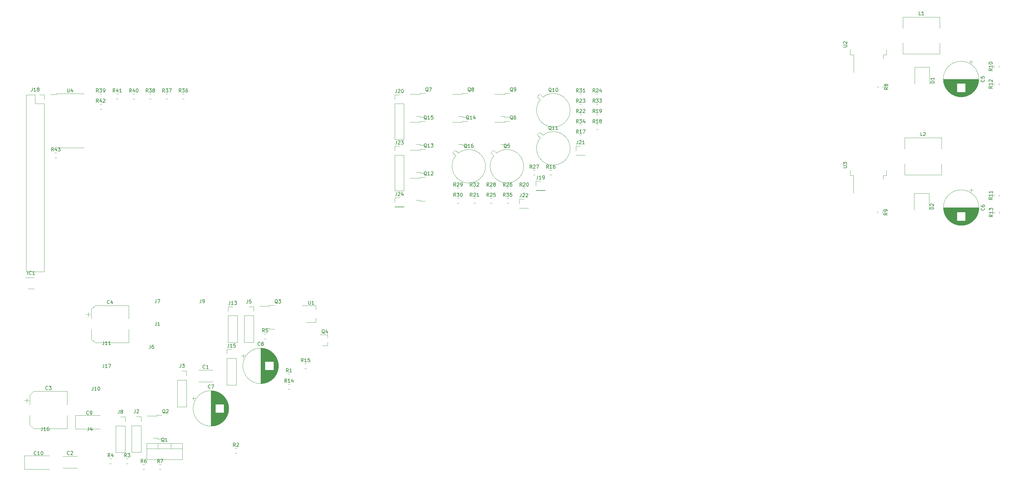
<source format=gbr>
G04 #@! TF.GenerationSoftware,KiCad,Pcbnew,(5.1.5)-3*
G04 #@! TF.CreationDate,2020-03-15T10:16:25+01:00*
G04 #@! TF.ProjectId,TFG_PCB,5446475f-5043-4422-9e6b-696361645f70,rev?*
G04 #@! TF.SameCoordinates,Original*
G04 #@! TF.FileFunction,Legend,Top*
G04 #@! TF.FilePolarity,Positive*
%FSLAX46Y46*%
G04 Gerber Fmt 4.6, Leading zero omitted, Abs format (unit mm)*
G04 Created by KiCad (PCBNEW (5.1.5)-3) date 2020-03-15 10:16:25*
%MOMM*%
%LPD*%
G04 APERTURE LIST*
%ADD10C,0.120000*%
%ADD11C,0.150000*%
G04 APERTURE END LIST*
D10*
X89818210Y-94622295D02*
X89818210Y-89812295D01*
X85568210Y-89812295D02*
X85568210Y-94622295D01*
X85568210Y-89812295D02*
X89818210Y-89812295D01*
X85716657Y-53551657D02*
X89966657Y-53551657D01*
X85716657Y-53551657D02*
X85716657Y-58361657D01*
X89966657Y-58361657D02*
X89966657Y-53551657D01*
X-120137063Y-140655001D02*
X-116032935Y-140655001D01*
X-120137063Y-144075001D02*
X-116032935Y-144075001D01*
X-159117063Y-168875001D02*
X-155012935Y-168875001D01*
X-159117063Y-165455001D02*
X-155012935Y-165455001D01*
X-157909999Y-157505001D02*
X-157909999Y-153655001D01*
X-157909999Y-146785001D02*
X-157909999Y-150635001D01*
X-167565562Y-146785001D02*
X-157909999Y-146785001D01*
X-167565562Y-157505001D02*
X-157909999Y-157505001D01*
X-168629999Y-156440564D02*
X-168629999Y-153655001D01*
X-168629999Y-147849438D02*
X-168629999Y-150635001D01*
X-168629999Y-147849438D02*
X-167565562Y-146785001D01*
X-168629999Y-156440564D02*
X-167565562Y-157505001D01*
X-170119999Y-149385001D02*
X-168869999Y-149385001D01*
X-169494999Y-148760001D02*
X-169494999Y-150010001D01*
X-151804999Y-124060001D02*
X-151804999Y-125310001D01*
X-152429999Y-124685001D02*
X-151179999Y-124685001D01*
X-150939999Y-131740564D02*
X-149875562Y-132805001D01*
X-150939999Y-123149438D02*
X-149875562Y-122085001D01*
X-150939999Y-123149438D02*
X-150939999Y-125935001D01*
X-150939999Y-131740564D02*
X-150939999Y-128955001D01*
X-149875562Y-132805001D02*
X-140219999Y-132805001D01*
X-149875562Y-122085001D02*
X-140219999Y-122085001D01*
X-140219999Y-122085001D02*
X-140219999Y-125935001D01*
X-140219999Y-132805001D02*
X-140219999Y-128955001D01*
X104137237Y-56962940D02*
G75*
G03X104137237Y-56962940I-5120000J0D01*
G01*
X104097237Y-56962940D02*
X93937237Y-56962940D01*
X104097237Y-57002940D02*
X93937237Y-57002940D01*
X104097237Y-57042940D02*
X93937237Y-57042940D01*
X104096237Y-57082940D02*
X93938237Y-57082940D01*
X104095237Y-57122940D02*
X93939237Y-57122940D01*
X104094237Y-57162940D02*
X93940237Y-57162940D01*
X104092237Y-57202940D02*
X93942237Y-57202940D01*
X104090237Y-57242940D02*
X93944237Y-57242940D01*
X104087237Y-57282940D02*
X93947237Y-57282940D01*
X104085237Y-57322940D02*
X93949237Y-57322940D01*
X104082237Y-57362940D02*
X93952237Y-57362940D01*
X104079237Y-57402940D02*
X93955237Y-57402940D01*
X104075237Y-57442940D02*
X93959237Y-57442940D01*
X104071237Y-57482940D02*
X93963237Y-57482940D01*
X104067237Y-57522940D02*
X93967237Y-57522940D01*
X104062237Y-57562940D02*
X93972237Y-57562940D01*
X104057237Y-57602940D02*
X93977237Y-57602940D01*
X104052237Y-57642940D02*
X93982237Y-57642940D01*
X104047237Y-57683940D02*
X93987237Y-57683940D01*
X104041237Y-57723940D02*
X93993237Y-57723940D01*
X104035237Y-57763940D02*
X93999237Y-57763940D01*
X104028237Y-57803940D02*
X94006237Y-57803940D01*
X104021237Y-57843940D02*
X94013237Y-57843940D01*
X104014237Y-57883940D02*
X94020237Y-57883940D01*
X104007237Y-57923940D02*
X94027237Y-57923940D01*
X103999237Y-57963940D02*
X94035237Y-57963940D01*
X103991237Y-58003940D02*
X94043237Y-58003940D01*
X103982237Y-58043940D02*
X94052237Y-58043940D01*
X103973237Y-58083940D02*
X94061237Y-58083940D01*
X103964237Y-58123940D02*
X94070237Y-58123940D01*
X103955237Y-58163940D02*
X94079237Y-58163940D01*
X103945237Y-58203940D02*
X94089237Y-58203940D01*
X103935237Y-58243940D02*
X100258237Y-58243940D01*
X97776237Y-58243940D02*
X94099237Y-58243940D01*
X103924237Y-58283940D02*
X100258237Y-58283940D01*
X97776237Y-58283940D02*
X94110237Y-58283940D01*
X103914237Y-58323940D02*
X100258237Y-58323940D01*
X97776237Y-58323940D02*
X94120237Y-58323940D01*
X103902237Y-58363940D02*
X100258237Y-58363940D01*
X97776237Y-58363940D02*
X94132237Y-58363940D01*
X103891237Y-58403940D02*
X100258237Y-58403940D01*
X97776237Y-58403940D02*
X94143237Y-58403940D01*
X103879237Y-58443940D02*
X100258237Y-58443940D01*
X97776237Y-58443940D02*
X94155237Y-58443940D01*
X103867237Y-58483940D02*
X100258237Y-58483940D01*
X97776237Y-58483940D02*
X94167237Y-58483940D01*
X103854237Y-58523940D02*
X100258237Y-58523940D01*
X97776237Y-58523940D02*
X94180237Y-58523940D01*
X103841237Y-58563940D02*
X100258237Y-58563940D01*
X97776237Y-58563940D02*
X94193237Y-58563940D01*
X103828237Y-58603940D02*
X100258237Y-58603940D01*
X97776237Y-58603940D02*
X94206237Y-58603940D01*
X103814237Y-58643940D02*
X100258237Y-58643940D01*
X97776237Y-58643940D02*
X94220237Y-58643940D01*
X103800237Y-58683940D02*
X100258237Y-58683940D01*
X97776237Y-58683940D02*
X94234237Y-58683940D01*
X103785237Y-58723940D02*
X100258237Y-58723940D01*
X97776237Y-58723940D02*
X94249237Y-58723940D01*
X103771237Y-58763940D02*
X100258237Y-58763940D01*
X97776237Y-58763940D02*
X94263237Y-58763940D01*
X103755237Y-58803940D02*
X100258237Y-58803940D01*
X97776237Y-58803940D02*
X94279237Y-58803940D01*
X103740237Y-58843940D02*
X100258237Y-58843940D01*
X97776237Y-58843940D02*
X94294237Y-58843940D01*
X103724237Y-58883940D02*
X100258237Y-58883940D01*
X97776237Y-58883940D02*
X94310237Y-58883940D01*
X103707237Y-58923940D02*
X100258237Y-58923940D01*
X97776237Y-58923940D02*
X94327237Y-58923940D01*
X103691237Y-58963940D02*
X100258237Y-58963940D01*
X97776237Y-58963940D02*
X94343237Y-58963940D01*
X103674237Y-59003940D02*
X100258237Y-59003940D01*
X97776237Y-59003940D02*
X94360237Y-59003940D01*
X103656237Y-59043940D02*
X100258237Y-59043940D01*
X97776237Y-59043940D02*
X94378237Y-59043940D01*
X103638237Y-59083940D02*
X100258237Y-59083940D01*
X97776237Y-59083940D02*
X94396237Y-59083940D01*
X103620237Y-59123940D02*
X100258237Y-59123940D01*
X97776237Y-59123940D02*
X94414237Y-59123940D01*
X103601237Y-59163940D02*
X100258237Y-59163940D01*
X97776237Y-59163940D02*
X94433237Y-59163940D01*
X103581237Y-59203940D02*
X100258237Y-59203940D01*
X97776237Y-59203940D02*
X94453237Y-59203940D01*
X103562237Y-59243940D02*
X100258237Y-59243940D01*
X97776237Y-59243940D02*
X94472237Y-59243940D01*
X103542237Y-59283940D02*
X100258237Y-59283940D01*
X97776237Y-59283940D02*
X94492237Y-59283940D01*
X103521237Y-59323940D02*
X100258237Y-59323940D01*
X97776237Y-59323940D02*
X94513237Y-59323940D01*
X103500237Y-59363940D02*
X100258237Y-59363940D01*
X97776237Y-59363940D02*
X94534237Y-59363940D01*
X103479237Y-59403940D02*
X100258237Y-59403940D01*
X97776237Y-59403940D02*
X94555237Y-59403940D01*
X103457237Y-59443940D02*
X100258237Y-59443940D01*
X97776237Y-59443940D02*
X94577237Y-59443940D01*
X103434237Y-59483940D02*
X100258237Y-59483940D01*
X97776237Y-59483940D02*
X94600237Y-59483940D01*
X103412237Y-59523940D02*
X100258237Y-59523940D01*
X97776237Y-59523940D02*
X94622237Y-59523940D01*
X103388237Y-59563940D02*
X100258237Y-59563940D01*
X97776237Y-59563940D02*
X94646237Y-59563940D01*
X103364237Y-59603940D02*
X100258237Y-59603940D01*
X97776237Y-59603940D02*
X94670237Y-59603940D01*
X103340237Y-59643940D02*
X100258237Y-59643940D01*
X97776237Y-59643940D02*
X94694237Y-59643940D01*
X103315237Y-59683940D02*
X100258237Y-59683940D01*
X97776237Y-59683940D02*
X94719237Y-59683940D01*
X103290237Y-59723940D02*
X100258237Y-59723940D01*
X97776237Y-59723940D02*
X94744237Y-59723940D01*
X103264237Y-59763940D02*
X100258237Y-59763940D01*
X97776237Y-59763940D02*
X94770237Y-59763940D01*
X103238237Y-59803940D02*
X100258237Y-59803940D01*
X97776237Y-59803940D02*
X94796237Y-59803940D01*
X103211237Y-59843940D02*
X100258237Y-59843940D01*
X97776237Y-59843940D02*
X94823237Y-59843940D01*
X103183237Y-59883940D02*
X100258237Y-59883940D01*
X97776237Y-59883940D02*
X94851237Y-59883940D01*
X103155237Y-59923940D02*
X100258237Y-59923940D01*
X97776237Y-59923940D02*
X94879237Y-59923940D01*
X103127237Y-59963940D02*
X100258237Y-59963940D01*
X97776237Y-59963940D02*
X94907237Y-59963940D01*
X103097237Y-60003940D02*
X100258237Y-60003940D01*
X97776237Y-60003940D02*
X94937237Y-60003940D01*
X103067237Y-60043940D02*
X100258237Y-60043940D01*
X97776237Y-60043940D02*
X94967237Y-60043940D01*
X103037237Y-60083940D02*
X100258237Y-60083940D01*
X97776237Y-60083940D02*
X94997237Y-60083940D01*
X103006237Y-60123940D02*
X100258237Y-60123940D01*
X97776237Y-60123940D02*
X95028237Y-60123940D01*
X102974237Y-60163940D02*
X100258237Y-60163940D01*
X97776237Y-60163940D02*
X95060237Y-60163940D01*
X102942237Y-60203940D02*
X100258237Y-60203940D01*
X97776237Y-60203940D02*
X95092237Y-60203940D01*
X102909237Y-60243940D02*
X100258237Y-60243940D01*
X97776237Y-60243940D02*
X95125237Y-60243940D01*
X102875237Y-60283940D02*
X100258237Y-60283940D01*
X97776237Y-60283940D02*
X95159237Y-60283940D01*
X102841237Y-60323940D02*
X100258237Y-60323940D01*
X97776237Y-60323940D02*
X95193237Y-60323940D01*
X102806237Y-60363940D02*
X100258237Y-60363940D01*
X97776237Y-60363940D02*
X95228237Y-60363940D01*
X102770237Y-60403940D02*
X100258237Y-60403940D01*
X97776237Y-60403940D02*
X95264237Y-60403940D01*
X102733237Y-60443940D02*
X100258237Y-60443940D01*
X97776237Y-60443940D02*
X95301237Y-60443940D01*
X102696237Y-60483940D02*
X100258237Y-60483940D01*
X97776237Y-60483940D02*
X95338237Y-60483940D01*
X102657237Y-60523940D02*
X100258237Y-60523940D01*
X97776237Y-60523940D02*
X95377237Y-60523940D01*
X102618237Y-60563940D02*
X100258237Y-60563940D01*
X97776237Y-60563940D02*
X95416237Y-60563940D01*
X102578237Y-60603940D02*
X100258237Y-60603940D01*
X97776237Y-60603940D02*
X95456237Y-60603940D01*
X102537237Y-60643940D02*
X100258237Y-60643940D01*
X97776237Y-60643940D02*
X95497237Y-60643940D01*
X102495237Y-60683940D02*
X100258237Y-60683940D01*
X97776237Y-60683940D02*
X95539237Y-60683940D01*
X102453237Y-60723940D02*
X95581237Y-60723940D01*
X102409237Y-60763940D02*
X95625237Y-60763940D01*
X102364237Y-60803940D02*
X95670237Y-60803940D01*
X102318237Y-60843940D02*
X95716237Y-60843940D01*
X102271237Y-60883940D02*
X95763237Y-60883940D01*
X102223237Y-60923940D02*
X95811237Y-60923940D01*
X102173237Y-60963940D02*
X95861237Y-60963940D01*
X102123237Y-61003940D02*
X95911237Y-61003940D01*
X102071237Y-61043940D02*
X95963237Y-61043940D01*
X102017237Y-61083940D02*
X96017237Y-61083940D01*
X101962237Y-61123940D02*
X96072237Y-61123940D01*
X101906237Y-61163940D02*
X96128237Y-61163940D01*
X101847237Y-61203940D02*
X96187237Y-61203940D01*
X101787237Y-61243940D02*
X96247237Y-61243940D01*
X101726237Y-61283940D02*
X96308237Y-61283940D01*
X101662237Y-61323940D02*
X96372237Y-61323940D01*
X101596237Y-61363940D02*
X96438237Y-61363940D01*
X101527237Y-61403940D02*
X96507237Y-61403940D01*
X101456237Y-61443940D02*
X96578237Y-61443940D01*
X101382237Y-61483940D02*
X96652237Y-61483940D01*
X101306237Y-61523940D02*
X96728237Y-61523940D01*
X101226237Y-61563940D02*
X96808237Y-61563940D01*
X101142237Y-61603940D02*
X96892237Y-61603940D01*
X101054237Y-61643940D02*
X96980237Y-61643940D01*
X100961237Y-61683940D02*
X97073237Y-61683940D01*
X100863237Y-61723940D02*
X97171237Y-61723940D01*
X100759237Y-61763940D02*
X97275237Y-61763940D01*
X100647237Y-61803940D02*
X97387237Y-61803940D01*
X100527237Y-61843940D02*
X97507237Y-61843940D01*
X100395237Y-61883940D02*
X97639237Y-61883940D01*
X100247237Y-61923940D02*
X97787237Y-61923940D01*
X100079237Y-61963940D02*
X97955237Y-61963940D01*
X99879237Y-62003940D02*
X98155237Y-62003940D01*
X99616237Y-62043940D02*
X98418237Y-62043940D01*
X101892237Y-51483294D02*
X101892237Y-52483294D01*
X102392237Y-51983294D02*
X101392237Y-51983294D01*
X104180000Y-93940000D02*
G75*
G03X104180000Y-93940000I-5120000J0D01*
G01*
X104140000Y-93940000D02*
X93980000Y-93940000D01*
X104140000Y-93980000D02*
X93980000Y-93980000D01*
X104140000Y-94020000D02*
X93980000Y-94020000D01*
X104139000Y-94060000D02*
X93981000Y-94060000D01*
X104138000Y-94100000D02*
X93982000Y-94100000D01*
X104137000Y-94140000D02*
X93983000Y-94140000D01*
X104135000Y-94180000D02*
X93985000Y-94180000D01*
X104133000Y-94220000D02*
X93987000Y-94220000D01*
X104130000Y-94260000D02*
X93990000Y-94260000D01*
X104128000Y-94300000D02*
X93992000Y-94300000D01*
X104125000Y-94340000D02*
X93995000Y-94340000D01*
X104122000Y-94380000D02*
X93998000Y-94380000D01*
X104118000Y-94420000D02*
X94002000Y-94420000D01*
X104114000Y-94460000D02*
X94006000Y-94460000D01*
X104110000Y-94500000D02*
X94010000Y-94500000D01*
X104105000Y-94540000D02*
X94015000Y-94540000D01*
X104100000Y-94580000D02*
X94020000Y-94580000D01*
X104095000Y-94620000D02*
X94025000Y-94620000D01*
X104090000Y-94661000D02*
X94030000Y-94661000D01*
X104084000Y-94701000D02*
X94036000Y-94701000D01*
X104078000Y-94741000D02*
X94042000Y-94741000D01*
X104071000Y-94781000D02*
X94049000Y-94781000D01*
X104064000Y-94821000D02*
X94056000Y-94821000D01*
X104057000Y-94861000D02*
X94063000Y-94861000D01*
X104050000Y-94901000D02*
X94070000Y-94901000D01*
X104042000Y-94941000D02*
X94078000Y-94941000D01*
X104034000Y-94981000D02*
X94086000Y-94981000D01*
X104025000Y-95021000D02*
X94095000Y-95021000D01*
X104016000Y-95061000D02*
X94104000Y-95061000D01*
X104007000Y-95101000D02*
X94113000Y-95101000D01*
X103998000Y-95141000D02*
X94122000Y-95141000D01*
X103988000Y-95181000D02*
X94132000Y-95181000D01*
X103978000Y-95221000D02*
X100301000Y-95221000D01*
X97819000Y-95221000D02*
X94142000Y-95221000D01*
X103967000Y-95261000D02*
X100301000Y-95261000D01*
X97819000Y-95261000D02*
X94153000Y-95261000D01*
X103957000Y-95301000D02*
X100301000Y-95301000D01*
X97819000Y-95301000D02*
X94163000Y-95301000D01*
X103945000Y-95341000D02*
X100301000Y-95341000D01*
X97819000Y-95341000D02*
X94175000Y-95341000D01*
X103934000Y-95381000D02*
X100301000Y-95381000D01*
X97819000Y-95381000D02*
X94186000Y-95381000D01*
X103922000Y-95421000D02*
X100301000Y-95421000D01*
X97819000Y-95421000D02*
X94198000Y-95421000D01*
X103910000Y-95461000D02*
X100301000Y-95461000D01*
X97819000Y-95461000D02*
X94210000Y-95461000D01*
X103897000Y-95501000D02*
X100301000Y-95501000D01*
X97819000Y-95501000D02*
X94223000Y-95501000D01*
X103884000Y-95541000D02*
X100301000Y-95541000D01*
X97819000Y-95541000D02*
X94236000Y-95541000D01*
X103871000Y-95581000D02*
X100301000Y-95581000D01*
X97819000Y-95581000D02*
X94249000Y-95581000D01*
X103857000Y-95621000D02*
X100301000Y-95621000D01*
X97819000Y-95621000D02*
X94263000Y-95621000D01*
X103843000Y-95661000D02*
X100301000Y-95661000D01*
X97819000Y-95661000D02*
X94277000Y-95661000D01*
X103828000Y-95701000D02*
X100301000Y-95701000D01*
X97819000Y-95701000D02*
X94292000Y-95701000D01*
X103814000Y-95741000D02*
X100301000Y-95741000D01*
X97819000Y-95741000D02*
X94306000Y-95741000D01*
X103798000Y-95781000D02*
X100301000Y-95781000D01*
X97819000Y-95781000D02*
X94322000Y-95781000D01*
X103783000Y-95821000D02*
X100301000Y-95821000D01*
X97819000Y-95821000D02*
X94337000Y-95821000D01*
X103767000Y-95861000D02*
X100301000Y-95861000D01*
X97819000Y-95861000D02*
X94353000Y-95861000D01*
X103750000Y-95901000D02*
X100301000Y-95901000D01*
X97819000Y-95901000D02*
X94370000Y-95901000D01*
X103734000Y-95941000D02*
X100301000Y-95941000D01*
X97819000Y-95941000D02*
X94386000Y-95941000D01*
X103717000Y-95981000D02*
X100301000Y-95981000D01*
X97819000Y-95981000D02*
X94403000Y-95981000D01*
X103699000Y-96021000D02*
X100301000Y-96021000D01*
X97819000Y-96021000D02*
X94421000Y-96021000D01*
X103681000Y-96061000D02*
X100301000Y-96061000D01*
X97819000Y-96061000D02*
X94439000Y-96061000D01*
X103663000Y-96101000D02*
X100301000Y-96101000D01*
X97819000Y-96101000D02*
X94457000Y-96101000D01*
X103644000Y-96141000D02*
X100301000Y-96141000D01*
X97819000Y-96141000D02*
X94476000Y-96141000D01*
X103624000Y-96181000D02*
X100301000Y-96181000D01*
X97819000Y-96181000D02*
X94496000Y-96181000D01*
X103605000Y-96221000D02*
X100301000Y-96221000D01*
X97819000Y-96221000D02*
X94515000Y-96221000D01*
X103585000Y-96261000D02*
X100301000Y-96261000D01*
X97819000Y-96261000D02*
X94535000Y-96261000D01*
X103564000Y-96301000D02*
X100301000Y-96301000D01*
X97819000Y-96301000D02*
X94556000Y-96301000D01*
X103543000Y-96341000D02*
X100301000Y-96341000D01*
X97819000Y-96341000D02*
X94577000Y-96341000D01*
X103522000Y-96381000D02*
X100301000Y-96381000D01*
X97819000Y-96381000D02*
X94598000Y-96381000D01*
X103500000Y-96421000D02*
X100301000Y-96421000D01*
X97819000Y-96421000D02*
X94620000Y-96421000D01*
X103477000Y-96461000D02*
X100301000Y-96461000D01*
X97819000Y-96461000D02*
X94643000Y-96461000D01*
X103455000Y-96501000D02*
X100301000Y-96501000D01*
X97819000Y-96501000D02*
X94665000Y-96501000D01*
X103431000Y-96541000D02*
X100301000Y-96541000D01*
X97819000Y-96541000D02*
X94689000Y-96541000D01*
X103407000Y-96581000D02*
X100301000Y-96581000D01*
X97819000Y-96581000D02*
X94713000Y-96581000D01*
X103383000Y-96621000D02*
X100301000Y-96621000D01*
X97819000Y-96621000D02*
X94737000Y-96621000D01*
X103358000Y-96661000D02*
X100301000Y-96661000D01*
X97819000Y-96661000D02*
X94762000Y-96661000D01*
X103333000Y-96701000D02*
X100301000Y-96701000D01*
X97819000Y-96701000D02*
X94787000Y-96701000D01*
X103307000Y-96741000D02*
X100301000Y-96741000D01*
X97819000Y-96741000D02*
X94813000Y-96741000D01*
X103281000Y-96781000D02*
X100301000Y-96781000D01*
X97819000Y-96781000D02*
X94839000Y-96781000D01*
X103254000Y-96821000D02*
X100301000Y-96821000D01*
X97819000Y-96821000D02*
X94866000Y-96821000D01*
X103226000Y-96861000D02*
X100301000Y-96861000D01*
X97819000Y-96861000D02*
X94894000Y-96861000D01*
X103198000Y-96901000D02*
X100301000Y-96901000D01*
X97819000Y-96901000D02*
X94922000Y-96901000D01*
X103170000Y-96941000D02*
X100301000Y-96941000D01*
X97819000Y-96941000D02*
X94950000Y-96941000D01*
X103140000Y-96981000D02*
X100301000Y-96981000D01*
X97819000Y-96981000D02*
X94980000Y-96981000D01*
X103110000Y-97021000D02*
X100301000Y-97021000D01*
X97819000Y-97021000D02*
X95010000Y-97021000D01*
X103080000Y-97061000D02*
X100301000Y-97061000D01*
X97819000Y-97061000D02*
X95040000Y-97061000D01*
X103049000Y-97101000D02*
X100301000Y-97101000D01*
X97819000Y-97101000D02*
X95071000Y-97101000D01*
X103017000Y-97141000D02*
X100301000Y-97141000D01*
X97819000Y-97141000D02*
X95103000Y-97141000D01*
X102985000Y-97181000D02*
X100301000Y-97181000D01*
X97819000Y-97181000D02*
X95135000Y-97181000D01*
X102952000Y-97221000D02*
X100301000Y-97221000D01*
X97819000Y-97221000D02*
X95168000Y-97221000D01*
X102918000Y-97261000D02*
X100301000Y-97261000D01*
X97819000Y-97261000D02*
X95202000Y-97261000D01*
X102884000Y-97301000D02*
X100301000Y-97301000D01*
X97819000Y-97301000D02*
X95236000Y-97301000D01*
X102849000Y-97341000D02*
X100301000Y-97341000D01*
X97819000Y-97341000D02*
X95271000Y-97341000D01*
X102813000Y-97381000D02*
X100301000Y-97381000D01*
X97819000Y-97381000D02*
X95307000Y-97381000D01*
X102776000Y-97421000D02*
X100301000Y-97421000D01*
X97819000Y-97421000D02*
X95344000Y-97421000D01*
X102739000Y-97461000D02*
X100301000Y-97461000D01*
X97819000Y-97461000D02*
X95381000Y-97461000D01*
X102700000Y-97501000D02*
X100301000Y-97501000D01*
X97819000Y-97501000D02*
X95420000Y-97501000D01*
X102661000Y-97541000D02*
X100301000Y-97541000D01*
X97819000Y-97541000D02*
X95459000Y-97541000D01*
X102621000Y-97581000D02*
X100301000Y-97581000D01*
X97819000Y-97581000D02*
X95499000Y-97581000D01*
X102580000Y-97621000D02*
X100301000Y-97621000D01*
X97819000Y-97621000D02*
X95540000Y-97621000D01*
X102538000Y-97661000D02*
X100301000Y-97661000D01*
X97819000Y-97661000D02*
X95582000Y-97661000D01*
X102496000Y-97701000D02*
X95624000Y-97701000D01*
X102452000Y-97741000D02*
X95668000Y-97741000D01*
X102407000Y-97781000D02*
X95713000Y-97781000D01*
X102361000Y-97821000D02*
X95759000Y-97821000D01*
X102314000Y-97861000D02*
X95806000Y-97861000D01*
X102266000Y-97901000D02*
X95854000Y-97901000D01*
X102216000Y-97941000D02*
X95904000Y-97941000D01*
X102166000Y-97981000D02*
X95954000Y-97981000D01*
X102114000Y-98021000D02*
X96006000Y-98021000D01*
X102060000Y-98061000D02*
X96060000Y-98061000D01*
X102005000Y-98101000D02*
X96115000Y-98101000D01*
X101949000Y-98141000D02*
X96171000Y-98141000D01*
X101890000Y-98181000D02*
X96230000Y-98181000D01*
X101830000Y-98221000D02*
X96290000Y-98221000D01*
X101769000Y-98261000D02*
X96351000Y-98261000D01*
X101705000Y-98301000D02*
X96415000Y-98301000D01*
X101639000Y-98341000D02*
X96481000Y-98341000D01*
X101570000Y-98381000D02*
X96550000Y-98381000D01*
X101499000Y-98421000D02*
X96621000Y-98421000D01*
X101425000Y-98461000D02*
X96695000Y-98461000D01*
X101349000Y-98501000D02*
X96771000Y-98501000D01*
X101269000Y-98541000D02*
X96851000Y-98541000D01*
X101185000Y-98581000D02*
X96935000Y-98581000D01*
X101097000Y-98621000D02*
X97023000Y-98621000D01*
X101004000Y-98661000D02*
X97116000Y-98661000D01*
X100906000Y-98701000D02*
X97214000Y-98701000D01*
X100802000Y-98741000D02*
X97318000Y-98741000D01*
X100690000Y-98781000D02*
X97430000Y-98781000D01*
X100570000Y-98821000D02*
X97550000Y-98821000D01*
X100438000Y-98861000D02*
X97682000Y-98861000D01*
X100290000Y-98901000D02*
X97830000Y-98901000D01*
X100122000Y-98941000D02*
X97998000Y-98941000D01*
X99922000Y-98981000D02*
X98198000Y-98981000D01*
X99659000Y-99021000D02*
X98461000Y-99021000D01*
X101935000Y-88460354D02*
X101935000Y-89460354D01*
X102435000Y-88960354D02*
X101435000Y-88960354D01*
X-121549999Y-148320001D02*
X-121549999Y-149320001D01*
X-122049999Y-148820001D02*
X-121049999Y-148820001D01*
X-111489353Y-151096001D02*
X-111489353Y-152294001D01*
X-111529353Y-150833001D02*
X-111529353Y-152557001D01*
X-111569353Y-150633001D02*
X-111569353Y-152757001D01*
X-111609353Y-150465001D02*
X-111609353Y-152925001D01*
X-111649353Y-150317001D02*
X-111649353Y-153073001D01*
X-111689353Y-150185001D02*
X-111689353Y-153205001D01*
X-111729353Y-150065001D02*
X-111729353Y-153325001D01*
X-111769353Y-149953001D02*
X-111769353Y-153437001D01*
X-111809353Y-149849001D02*
X-111809353Y-153541001D01*
X-111849353Y-149751001D02*
X-111849353Y-153639001D01*
X-111889353Y-149658001D02*
X-111889353Y-153732001D01*
X-111929353Y-149570001D02*
X-111929353Y-153820001D01*
X-111969353Y-149486001D02*
X-111969353Y-153904001D01*
X-112009353Y-149406001D02*
X-112009353Y-153984001D01*
X-112049353Y-149330001D02*
X-112049353Y-154060001D01*
X-112089353Y-149256001D02*
X-112089353Y-154134001D01*
X-112129353Y-149185001D02*
X-112129353Y-154205001D01*
X-112169353Y-149116001D02*
X-112169353Y-154274001D01*
X-112209353Y-149050001D02*
X-112209353Y-154340001D01*
X-112249353Y-148986001D02*
X-112249353Y-154404001D01*
X-112289353Y-148925001D02*
X-112289353Y-154465001D01*
X-112329353Y-148865001D02*
X-112329353Y-154525001D01*
X-112369353Y-148806001D02*
X-112369353Y-154584001D01*
X-112409353Y-148750001D02*
X-112409353Y-154640001D01*
X-112449353Y-148695001D02*
X-112449353Y-154695001D01*
X-112489353Y-148641001D02*
X-112489353Y-154749001D01*
X-112529353Y-148589001D02*
X-112529353Y-154801001D01*
X-112569353Y-148539001D02*
X-112569353Y-154851001D01*
X-112609353Y-148489001D02*
X-112609353Y-154901001D01*
X-112649353Y-148441001D02*
X-112649353Y-154949001D01*
X-112689353Y-148394001D02*
X-112689353Y-154996001D01*
X-112729353Y-148348001D02*
X-112729353Y-155042001D01*
X-112769353Y-148303001D02*
X-112769353Y-155087001D01*
X-112809353Y-148259001D02*
X-112809353Y-155131001D01*
X-112849353Y-152936001D02*
X-112849353Y-155173001D01*
X-112849353Y-148217001D02*
X-112849353Y-150454001D01*
X-112889353Y-152936001D02*
X-112889353Y-155215001D01*
X-112889353Y-148175001D02*
X-112889353Y-150454001D01*
X-112929353Y-152936001D02*
X-112929353Y-155256001D01*
X-112929353Y-148134001D02*
X-112929353Y-150454001D01*
X-112969353Y-152936001D02*
X-112969353Y-155296001D01*
X-112969353Y-148094001D02*
X-112969353Y-150454001D01*
X-113009353Y-152936001D02*
X-113009353Y-155335001D01*
X-113009353Y-148055001D02*
X-113009353Y-150454001D01*
X-113049353Y-152936001D02*
X-113049353Y-155374001D01*
X-113049353Y-148016001D02*
X-113049353Y-150454001D01*
X-113089353Y-152936001D02*
X-113089353Y-155411001D01*
X-113089353Y-147979001D02*
X-113089353Y-150454001D01*
X-113129353Y-152936001D02*
X-113129353Y-155448001D01*
X-113129353Y-147942001D02*
X-113129353Y-150454001D01*
X-113169353Y-152936001D02*
X-113169353Y-155484001D01*
X-113169353Y-147906001D02*
X-113169353Y-150454001D01*
X-113209353Y-152936001D02*
X-113209353Y-155519001D01*
X-113209353Y-147871001D02*
X-113209353Y-150454001D01*
X-113249353Y-152936001D02*
X-113249353Y-155553001D01*
X-113249353Y-147837001D02*
X-113249353Y-150454001D01*
X-113289353Y-152936001D02*
X-113289353Y-155587001D01*
X-113289353Y-147803001D02*
X-113289353Y-150454001D01*
X-113329353Y-152936001D02*
X-113329353Y-155620001D01*
X-113329353Y-147770001D02*
X-113329353Y-150454001D01*
X-113369353Y-152936001D02*
X-113369353Y-155652001D01*
X-113369353Y-147738001D02*
X-113369353Y-150454001D01*
X-113409353Y-152936001D02*
X-113409353Y-155684001D01*
X-113409353Y-147706001D02*
X-113409353Y-150454001D01*
X-113449353Y-152936001D02*
X-113449353Y-155715001D01*
X-113449353Y-147675001D02*
X-113449353Y-150454001D01*
X-113489353Y-152936001D02*
X-113489353Y-155745001D01*
X-113489353Y-147645001D02*
X-113489353Y-150454001D01*
X-113529353Y-152936001D02*
X-113529353Y-155775001D01*
X-113529353Y-147615001D02*
X-113529353Y-150454001D01*
X-113569353Y-152936001D02*
X-113569353Y-155805001D01*
X-113569353Y-147585001D02*
X-113569353Y-150454001D01*
X-113609353Y-152936001D02*
X-113609353Y-155833001D01*
X-113609353Y-147557001D02*
X-113609353Y-150454001D01*
X-113649353Y-152936001D02*
X-113649353Y-155861001D01*
X-113649353Y-147529001D02*
X-113649353Y-150454001D01*
X-113689353Y-152936001D02*
X-113689353Y-155889001D01*
X-113689353Y-147501001D02*
X-113689353Y-150454001D01*
X-113729353Y-152936001D02*
X-113729353Y-155916001D01*
X-113729353Y-147474001D02*
X-113729353Y-150454001D01*
X-113769353Y-152936001D02*
X-113769353Y-155942001D01*
X-113769353Y-147448001D02*
X-113769353Y-150454001D01*
X-113809353Y-152936001D02*
X-113809353Y-155968001D01*
X-113809353Y-147422001D02*
X-113809353Y-150454001D01*
X-113849353Y-152936001D02*
X-113849353Y-155993001D01*
X-113849353Y-147397001D02*
X-113849353Y-150454001D01*
X-113889353Y-152936001D02*
X-113889353Y-156018001D01*
X-113889353Y-147372001D02*
X-113889353Y-150454001D01*
X-113929353Y-152936001D02*
X-113929353Y-156042001D01*
X-113929353Y-147348001D02*
X-113929353Y-150454001D01*
X-113969353Y-152936001D02*
X-113969353Y-156066001D01*
X-113969353Y-147324001D02*
X-113969353Y-150454001D01*
X-114009353Y-152936001D02*
X-114009353Y-156090001D01*
X-114009353Y-147300001D02*
X-114009353Y-150454001D01*
X-114049353Y-152936001D02*
X-114049353Y-156112001D01*
X-114049353Y-147278001D02*
X-114049353Y-150454001D01*
X-114089353Y-152936001D02*
X-114089353Y-156135001D01*
X-114089353Y-147255001D02*
X-114089353Y-150454001D01*
X-114129353Y-152936001D02*
X-114129353Y-156157001D01*
X-114129353Y-147233001D02*
X-114129353Y-150454001D01*
X-114169353Y-152936001D02*
X-114169353Y-156178001D01*
X-114169353Y-147212001D02*
X-114169353Y-150454001D01*
X-114209353Y-152936001D02*
X-114209353Y-156199001D01*
X-114209353Y-147191001D02*
X-114209353Y-150454001D01*
X-114249353Y-152936001D02*
X-114249353Y-156220001D01*
X-114249353Y-147170001D02*
X-114249353Y-150454001D01*
X-114289353Y-152936001D02*
X-114289353Y-156240001D01*
X-114289353Y-147150001D02*
X-114289353Y-150454001D01*
X-114329353Y-152936001D02*
X-114329353Y-156259001D01*
X-114329353Y-147131001D02*
X-114329353Y-150454001D01*
X-114369353Y-152936001D02*
X-114369353Y-156279001D01*
X-114369353Y-147111001D02*
X-114369353Y-150454001D01*
X-114409353Y-152936001D02*
X-114409353Y-156298001D01*
X-114409353Y-147092001D02*
X-114409353Y-150454001D01*
X-114449353Y-152936001D02*
X-114449353Y-156316001D01*
X-114449353Y-147074001D02*
X-114449353Y-150454001D01*
X-114489353Y-152936001D02*
X-114489353Y-156334001D01*
X-114489353Y-147056001D02*
X-114489353Y-150454001D01*
X-114529353Y-152936001D02*
X-114529353Y-156352001D01*
X-114529353Y-147038001D02*
X-114529353Y-150454001D01*
X-114569353Y-152936001D02*
X-114569353Y-156369001D01*
X-114569353Y-147021001D02*
X-114569353Y-150454001D01*
X-114609353Y-152936001D02*
X-114609353Y-156385001D01*
X-114609353Y-147005001D02*
X-114609353Y-150454001D01*
X-114649353Y-152936001D02*
X-114649353Y-156402001D01*
X-114649353Y-146988001D02*
X-114649353Y-150454001D01*
X-114689353Y-152936001D02*
X-114689353Y-156418001D01*
X-114689353Y-146972001D02*
X-114689353Y-150454001D01*
X-114729353Y-152936001D02*
X-114729353Y-156433001D01*
X-114729353Y-146957001D02*
X-114729353Y-150454001D01*
X-114769353Y-152936001D02*
X-114769353Y-156449001D01*
X-114769353Y-146941001D02*
X-114769353Y-150454001D01*
X-114809353Y-152936001D02*
X-114809353Y-156463001D01*
X-114809353Y-146927001D02*
X-114809353Y-150454001D01*
X-114849353Y-152936001D02*
X-114849353Y-156478001D01*
X-114849353Y-146912001D02*
X-114849353Y-150454001D01*
X-114889353Y-152936001D02*
X-114889353Y-156492001D01*
X-114889353Y-146898001D02*
X-114889353Y-150454001D01*
X-114929353Y-152936001D02*
X-114929353Y-156506001D01*
X-114929353Y-146884001D02*
X-114929353Y-150454001D01*
X-114969353Y-152936001D02*
X-114969353Y-156519001D01*
X-114969353Y-146871001D02*
X-114969353Y-150454001D01*
X-115009353Y-152936001D02*
X-115009353Y-156532001D01*
X-115009353Y-146858001D02*
X-115009353Y-150454001D01*
X-115049353Y-152936001D02*
X-115049353Y-156545001D01*
X-115049353Y-146845001D02*
X-115049353Y-150454001D01*
X-115089353Y-152936001D02*
X-115089353Y-156557001D01*
X-115089353Y-146833001D02*
X-115089353Y-150454001D01*
X-115129353Y-152936001D02*
X-115129353Y-156569001D01*
X-115129353Y-146821001D02*
X-115129353Y-150454001D01*
X-115169353Y-152936001D02*
X-115169353Y-156580001D01*
X-115169353Y-146810001D02*
X-115169353Y-150454001D01*
X-115209353Y-152936001D02*
X-115209353Y-156592001D01*
X-115209353Y-146798001D02*
X-115209353Y-150454001D01*
X-115249353Y-152936001D02*
X-115249353Y-156602001D01*
X-115249353Y-146788001D02*
X-115249353Y-150454001D01*
X-115289353Y-152936001D02*
X-115289353Y-156613001D01*
X-115289353Y-146777001D02*
X-115289353Y-150454001D01*
X-115329353Y-146767001D02*
X-115329353Y-156623001D01*
X-115369353Y-146757001D02*
X-115369353Y-156633001D01*
X-115409353Y-146748001D02*
X-115409353Y-156642001D01*
X-115449353Y-146739001D02*
X-115449353Y-156651001D01*
X-115489353Y-146730001D02*
X-115489353Y-156660001D01*
X-115529353Y-146721001D02*
X-115529353Y-156669001D01*
X-115569353Y-146713001D02*
X-115569353Y-156677001D01*
X-115609353Y-146705001D02*
X-115609353Y-156685001D01*
X-115649353Y-146698001D02*
X-115649353Y-156692001D01*
X-115689353Y-146691001D02*
X-115689353Y-156699001D01*
X-115729353Y-146684001D02*
X-115729353Y-156706001D01*
X-115769353Y-146677001D02*
X-115769353Y-156713001D01*
X-115809353Y-146671001D02*
X-115809353Y-156719001D01*
X-115849353Y-146665001D02*
X-115849353Y-156725001D01*
X-115890353Y-146660001D02*
X-115890353Y-156730001D01*
X-115930353Y-146655001D02*
X-115930353Y-156735001D01*
X-115970353Y-146650001D02*
X-115970353Y-156740001D01*
X-116010353Y-146645001D02*
X-116010353Y-156745001D01*
X-116050353Y-146641001D02*
X-116050353Y-156749001D01*
X-116090353Y-146637001D02*
X-116090353Y-156753001D01*
X-116130353Y-146633001D02*
X-116130353Y-156757001D01*
X-116170353Y-146630001D02*
X-116170353Y-156760001D01*
X-116210353Y-146627001D02*
X-116210353Y-156763001D01*
X-116250353Y-146625001D02*
X-116250353Y-156765001D01*
X-116290353Y-146622001D02*
X-116290353Y-156768001D01*
X-116330353Y-146620001D02*
X-116330353Y-156770001D01*
X-116370353Y-146618001D02*
X-116370353Y-156772001D01*
X-116410353Y-146617001D02*
X-116410353Y-156773001D01*
X-116450353Y-146616001D02*
X-116450353Y-156774001D01*
X-116490353Y-146615001D02*
X-116490353Y-156775001D01*
X-116530353Y-146615001D02*
X-116530353Y-156775001D01*
X-116570353Y-146615001D02*
X-116570353Y-156775001D01*
X-111450353Y-151695001D02*
G75*
G03X-111450353Y-151695001I-5120000J0D01*
G01*
X-107259999Y-136070001D02*
X-107259999Y-137070001D01*
X-107759999Y-136570001D02*
X-106759999Y-136570001D01*
X-97199353Y-138846001D02*
X-97199353Y-140044001D01*
X-97239353Y-138583001D02*
X-97239353Y-140307001D01*
X-97279353Y-138383001D02*
X-97279353Y-140507001D01*
X-97319353Y-138215001D02*
X-97319353Y-140675001D01*
X-97359353Y-138067001D02*
X-97359353Y-140823001D01*
X-97399353Y-137935001D02*
X-97399353Y-140955001D01*
X-97439353Y-137815001D02*
X-97439353Y-141075001D01*
X-97479353Y-137703001D02*
X-97479353Y-141187001D01*
X-97519353Y-137599001D02*
X-97519353Y-141291001D01*
X-97559353Y-137501001D02*
X-97559353Y-141389001D01*
X-97599353Y-137408001D02*
X-97599353Y-141482001D01*
X-97639353Y-137320001D02*
X-97639353Y-141570001D01*
X-97679353Y-137236001D02*
X-97679353Y-141654001D01*
X-97719353Y-137156001D02*
X-97719353Y-141734001D01*
X-97759353Y-137080001D02*
X-97759353Y-141810001D01*
X-97799353Y-137006001D02*
X-97799353Y-141884001D01*
X-97839353Y-136935001D02*
X-97839353Y-141955001D01*
X-97879353Y-136866001D02*
X-97879353Y-142024001D01*
X-97919353Y-136800001D02*
X-97919353Y-142090001D01*
X-97959353Y-136736001D02*
X-97959353Y-142154001D01*
X-97999353Y-136675001D02*
X-97999353Y-142215001D01*
X-98039353Y-136615001D02*
X-98039353Y-142275001D01*
X-98079353Y-136556001D02*
X-98079353Y-142334001D01*
X-98119353Y-136500001D02*
X-98119353Y-142390001D01*
X-98159353Y-136445001D02*
X-98159353Y-142445001D01*
X-98199353Y-136391001D02*
X-98199353Y-142499001D01*
X-98239353Y-136339001D02*
X-98239353Y-142551001D01*
X-98279353Y-136289001D02*
X-98279353Y-142601001D01*
X-98319353Y-136239001D02*
X-98319353Y-142651001D01*
X-98359353Y-136191001D02*
X-98359353Y-142699001D01*
X-98399353Y-136144001D02*
X-98399353Y-142746001D01*
X-98439353Y-136098001D02*
X-98439353Y-142792001D01*
X-98479353Y-136053001D02*
X-98479353Y-142837001D01*
X-98519353Y-136009001D02*
X-98519353Y-142881001D01*
X-98559353Y-140686001D02*
X-98559353Y-142923001D01*
X-98559353Y-135967001D02*
X-98559353Y-138204001D01*
X-98599353Y-140686001D02*
X-98599353Y-142965001D01*
X-98599353Y-135925001D02*
X-98599353Y-138204001D01*
X-98639353Y-140686001D02*
X-98639353Y-143006001D01*
X-98639353Y-135884001D02*
X-98639353Y-138204001D01*
X-98679353Y-140686001D02*
X-98679353Y-143046001D01*
X-98679353Y-135844001D02*
X-98679353Y-138204001D01*
X-98719353Y-140686001D02*
X-98719353Y-143085001D01*
X-98719353Y-135805001D02*
X-98719353Y-138204001D01*
X-98759353Y-140686001D02*
X-98759353Y-143124001D01*
X-98759353Y-135766001D02*
X-98759353Y-138204001D01*
X-98799353Y-140686001D02*
X-98799353Y-143161001D01*
X-98799353Y-135729001D02*
X-98799353Y-138204001D01*
X-98839353Y-140686001D02*
X-98839353Y-143198001D01*
X-98839353Y-135692001D02*
X-98839353Y-138204001D01*
X-98879353Y-140686001D02*
X-98879353Y-143234001D01*
X-98879353Y-135656001D02*
X-98879353Y-138204001D01*
X-98919353Y-140686001D02*
X-98919353Y-143269001D01*
X-98919353Y-135621001D02*
X-98919353Y-138204001D01*
X-98959353Y-140686001D02*
X-98959353Y-143303001D01*
X-98959353Y-135587001D02*
X-98959353Y-138204001D01*
X-98999353Y-140686001D02*
X-98999353Y-143337001D01*
X-98999353Y-135553001D02*
X-98999353Y-138204001D01*
X-99039353Y-140686001D02*
X-99039353Y-143370001D01*
X-99039353Y-135520001D02*
X-99039353Y-138204001D01*
X-99079353Y-140686001D02*
X-99079353Y-143402001D01*
X-99079353Y-135488001D02*
X-99079353Y-138204001D01*
X-99119353Y-140686001D02*
X-99119353Y-143434001D01*
X-99119353Y-135456001D02*
X-99119353Y-138204001D01*
X-99159353Y-140686001D02*
X-99159353Y-143465001D01*
X-99159353Y-135425001D02*
X-99159353Y-138204001D01*
X-99199353Y-140686001D02*
X-99199353Y-143495001D01*
X-99199353Y-135395001D02*
X-99199353Y-138204001D01*
X-99239353Y-140686001D02*
X-99239353Y-143525001D01*
X-99239353Y-135365001D02*
X-99239353Y-138204001D01*
X-99279353Y-140686001D02*
X-99279353Y-143555001D01*
X-99279353Y-135335001D02*
X-99279353Y-138204001D01*
X-99319353Y-140686001D02*
X-99319353Y-143583001D01*
X-99319353Y-135307001D02*
X-99319353Y-138204001D01*
X-99359353Y-140686001D02*
X-99359353Y-143611001D01*
X-99359353Y-135279001D02*
X-99359353Y-138204001D01*
X-99399353Y-140686001D02*
X-99399353Y-143639001D01*
X-99399353Y-135251001D02*
X-99399353Y-138204001D01*
X-99439353Y-140686001D02*
X-99439353Y-143666001D01*
X-99439353Y-135224001D02*
X-99439353Y-138204001D01*
X-99479353Y-140686001D02*
X-99479353Y-143692001D01*
X-99479353Y-135198001D02*
X-99479353Y-138204001D01*
X-99519353Y-140686001D02*
X-99519353Y-143718001D01*
X-99519353Y-135172001D02*
X-99519353Y-138204001D01*
X-99559353Y-140686001D02*
X-99559353Y-143743001D01*
X-99559353Y-135147001D02*
X-99559353Y-138204001D01*
X-99599353Y-140686001D02*
X-99599353Y-143768001D01*
X-99599353Y-135122001D02*
X-99599353Y-138204001D01*
X-99639353Y-140686001D02*
X-99639353Y-143792001D01*
X-99639353Y-135098001D02*
X-99639353Y-138204001D01*
X-99679353Y-140686001D02*
X-99679353Y-143816001D01*
X-99679353Y-135074001D02*
X-99679353Y-138204001D01*
X-99719353Y-140686001D02*
X-99719353Y-143840001D01*
X-99719353Y-135050001D02*
X-99719353Y-138204001D01*
X-99759353Y-140686001D02*
X-99759353Y-143862001D01*
X-99759353Y-135028001D02*
X-99759353Y-138204001D01*
X-99799353Y-140686001D02*
X-99799353Y-143885001D01*
X-99799353Y-135005001D02*
X-99799353Y-138204001D01*
X-99839353Y-140686001D02*
X-99839353Y-143907001D01*
X-99839353Y-134983001D02*
X-99839353Y-138204001D01*
X-99879353Y-140686001D02*
X-99879353Y-143928001D01*
X-99879353Y-134962001D02*
X-99879353Y-138204001D01*
X-99919353Y-140686001D02*
X-99919353Y-143949001D01*
X-99919353Y-134941001D02*
X-99919353Y-138204001D01*
X-99959353Y-140686001D02*
X-99959353Y-143970001D01*
X-99959353Y-134920001D02*
X-99959353Y-138204001D01*
X-99999353Y-140686001D02*
X-99999353Y-143990001D01*
X-99999353Y-134900001D02*
X-99999353Y-138204001D01*
X-100039353Y-140686001D02*
X-100039353Y-144009001D01*
X-100039353Y-134881001D02*
X-100039353Y-138204001D01*
X-100079353Y-140686001D02*
X-100079353Y-144029001D01*
X-100079353Y-134861001D02*
X-100079353Y-138204001D01*
X-100119353Y-140686001D02*
X-100119353Y-144048001D01*
X-100119353Y-134842001D02*
X-100119353Y-138204001D01*
X-100159353Y-140686001D02*
X-100159353Y-144066001D01*
X-100159353Y-134824001D02*
X-100159353Y-138204001D01*
X-100199353Y-140686001D02*
X-100199353Y-144084001D01*
X-100199353Y-134806001D02*
X-100199353Y-138204001D01*
X-100239353Y-140686001D02*
X-100239353Y-144102001D01*
X-100239353Y-134788001D02*
X-100239353Y-138204001D01*
X-100279353Y-140686001D02*
X-100279353Y-144119001D01*
X-100279353Y-134771001D02*
X-100279353Y-138204001D01*
X-100319353Y-140686001D02*
X-100319353Y-144135001D01*
X-100319353Y-134755001D02*
X-100319353Y-138204001D01*
X-100359353Y-140686001D02*
X-100359353Y-144152001D01*
X-100359353Y-134738001D02*
X-100359353Y-138204001D01*
X-100399353Y-140686001D02*
X-100399353Y-144168001D01*
X-100399353Y-134722001D02*
X-100399353Y-138204001D01*
X-100439353Y-140686001D02*
X-100439353Y-144183001D01*
X-100439353Y-134707001D02*
X-100439353Y-138204001D01*
X-100479353Y-140686001D02*
X-100479353Y-144199001D01*
X-100479353Y-134691001D02*
X-100479353Y-138204001D01*
X-100519353Y-140686001D02*
X-100519353Y-144213001D01*
X-100519353Y-134677001D02*
X-100519353Y-138204001D01*
X-100559353Y-140686001D02*
X-100559353Y-144228001D01*
X-100559353Y-134662001D02*
X-100559353Y-138204001D01*
X-100599353Y-140686001D02*
X-100599353Y-144242001D01*
X-100599353Y-134648001D02*
X-100599353Y-138204001D01*
X-100639353Y-140686001D02*
X-100639353Y-144256001D01*
X-100639353Y-134634001D02*
X-100639353Y-138204001D01*
X-100679353Y-140686001D02*
X-100679353Y-144269001D01*
X-100679353Y-134621001D02*
X-100679353Y-138204001D01*
X-100719353Y-140686001D02*
X-100719353Y-144282001D01*
X-100719353Y-134608001D02*
X-100719353Y-138204001D01*
X-100759353Y-140686001D02*
X-100759353Y-144295001D01*
X-100759353Y-134595001D02*
X-100759353Y-138204001D01*
X-100799353Y-140686001D02*
X-100799353Y-144307001D01*
X-100799353Y-134583001D02*
X-100799353Y-138204001D01*
X-100839353Y-140686001D02*
X-100839353Y-144319001D01*
X-100839353Y-134571001D02*
X-100839353Y-138204001D01*
X-100879353Y-140686001D02*
X-100879353Y-144330001D01*
X-100879353Y-134560001D02*
X-100879353Y-138204001D01*
X-100919353Y-140686001D02*
X-100919353Y-144342001D01*
X-100919353Y-134548001D02*
X-100919353Y-138204001D01*
X-100959353Y-140686001D02*
X-100959353Y-144352001D01*
X-100959353Y-134538001D02*
X-100959353Y-138204001D01*
X-100999353Y-140686001D02*
X-100999353Y-144363001D01*
X-100999353Y-134527001D02*
X-100999353Y-138204001D01*
X-101039353Y-134517001D02*
X-101039353Y-144373001D01*
X-101079353Y-134507001D02*
X-101079353Y-144383001D01*
X-101119353Y-134498001D02*
X-101119353Y-144392001D01*
X-101159353Y-134489001D02*
X-101159353Y-144401001D01*
X-101199353Y-134480001D02*
X-101199353Y-144410001D01*
X-101239353Y-134471001D02*
X-101239353Y-144419001D01*
X-101279353Y-134463001D02*
X-101279353Y-144427001D01*
X-101319353Y-134455001D02*
X-101319353Y-144435001D01*
X-101359353Y-134448001D02*
X-101359353Y-144442001D01*
X-101399353Y-134441001D02*
X-101399353Y-144449001D01*
X-101439353Y-134434001D02*
X-101439353Y-144456001D01*
X-101479353Y-134427001D02*
X-101479353Y-144463001D01*
X-101519353Y-134421001D02*
X-101519353Y-144469001D01*
X-101559353Y-134415001D02*
X-101559353Y-144475001D01*
X-101600353Y-134410001D02*
X-101600353Y-144480001D01*
X-101640353Y-134405001D02*
X-101640353Y-144485001D01*
X-101680353Y-134400001D02*
X-101680353Y-144490001D01*
X-101720353Y-134395001D02*
X-101720353Y-144495001D01*
X-101760353Y-134391001D02*
X-101760353Y-144499001D01*
X-101800353Y-134387001D02*
X-101800353Y-144503001D01*
X-101840353Y-134383001D02*
X-101840353Y-144507001D01*
X-101880353Y-134380001D02*
X-101880353Y-144510001D01*
X-101920353Y-134377001D02*
X-101920353Y-144513001D01*
X-101960353Y-134375001D02*
X-101960353Y-144515001D01*
X-102000353Y-134372001D02*
X-102000353Y-144518001D01*
X-102040353Y-134370001D02*
X-102040353Y-144520001D01*
X-102080353Y-134368001D02*
X-102080353Y-144522001D01*
X-102120353Y-134367001D02*
X-102120353Y-144523001D01*
X-102160353Y-134366001D02*
X-102160353Y-144524001D01*
X-102200353Y-134365001D02*
X-102200353Y-144525001D01*
X-102240353Y-134365001D02*
X-102240353Y-144525001D01*
X-102280353Y-134365001D02*
X-102280353Y-144525001D01*
X-97160353Y-139445001D02*
G75*
G03X-97160353Y-139445001I-5120000J0D01*
G01*
X-148379999Y-153680001D02*
X-155539999Y-153680001D01*
X-155539999Y-153680001D02*
X-155539999Y-157550001D01*
X-155539999Y-157550001D02*
X-148379999Y-157550001D01*
X-170119999Y-169150001D02*
X-162959999Y-169150001D01*
X-170119999Y-165280001D02*
X-170119999Y-169150001D01*
X-162959999Y-165280001D02*
X-170119999Y-165280001D01*
X-169154999Y-117245001D02*
X-167354999Y-117245001D01*
X-167354999Y-114025001D02*
X-169804999Y-114025001D01*
X-137974999Y-154015001D02*
X-136644999Y-154015001D01*
X-136644999Y-154015001D02*
X-136644999Y-155345001D01*
X-136644999Y-156615001D02*
X-136644999Y-164295001D01*
X-139304999Y-164295001D02*
X-136644999Y-164295001D01*
X-139304999Y-156615001D02*
X-139304999Y-164295001D01*
X-139304999Y-156615001D02*
X-136644999Y-156615001D01*
X-126214999Y-143515001D02*
X-123554999Y-143515001D01*
X-126214999Y-143515001D02*
X-126214999Y-151195001D01*
X-126214999Y-151195001D02*
X-123554999Y-151195001D01*
X-123554999Y-143515001D02*
X-123554999Y-151195001D01*
X-123554999Y-140915001D02*
X-123554999Y-142245001D01*
X-124884999Y-140915001D02*
X-123554999Y-140915001D01*
X-105654999Y-122415001D02*
X-104324999Y-122415001D01*
X-104324999Y-122415001D02*
X-104324999Y-123745001D01*
X-104324999Y-125015001D02*
X-104324999Y-132695001D01*
X-106984999Y-132695001D02*
X-104324999Y-132695001D01*
X-106984999Y-125015001D02*
X-106984999Y-132695001D01*
X-106984999Y-125015001D02*
X-104324999Y-125015001D01*
X-143904999Y-156715001D02*
X-141244999Y-156715001D01*
X-143904999Y-156715001D02*
X-143904999Y-164395001D01*
X-143904999Y-164395001D02*
X-141244999Y-164395001D01*
X-141244999Y-156715001D02*
X-141244999Y-164395001D01*
X-141244999Y-154115001D02*
X-141244999Y-155445001D01*
X-142574999Y-154115001D02*
X-141244999Y-154115001D01*
X-111634999Y-122415001D02*
X-110304999Y-122415001D01*
X-111634999Y-123745001D02*
X-111634999Y-122415001D01*
X-111634999Y-125015001D02*
X-108974999Y-125015001D01*
X-108974999Y-125015001D02*
X-108974999Y-132695001D01*
X-111634999Y-125015001D02*
X-111634999Y-132695001D01*
X-111634999Y-132695001D02*
X-108974999Y-132695001D01*
X-111974999Y-144945001D02*
X-109314999Y-144945001D01*
X-111974999Y-137265001D02*
X-111974999Y-144945001D01*
X-109314999Y-137265001D02*
X-109314999Y-144945001D01*
X-111974999Y-137265001D02*
X-109314999Y-137265001D01*
X-111974999Y-135995001D02*
X-111974999Y-134665001D01*
X-111974999Y-134665001D02*
X-110644999Y-134665001D01*
X-169684999Y-61455001D02*
X-167084999Y-61455001D01*
X-169684999Y-61455001D02*
X-169684999Y-112375001D01*
X-169684999Y-112375001D02*
X-164484999Y-112375001D01*
X-164484999Y-64055001D02*
X-164484999Y-112375001D01*
X-167084999Y-64055001D02*
X-164484999Y-64055001D01*
X-167084999Y-61455001D02*
X-167084999Y-64055001D01*
X-164484999Y-61455001D02*
X-164484999Y-62785001D01*
X-165814999Y-61455001D02*
X-164484999Y-61455001D01*
X-23184999Y-86305001D02*
X-21854999Y-86305001D01*
X-23184999Y-87635001D02*
X-23184999Y-86305001D01*
X-23184999Y-88905001D02*
X-20524999Y-88905001D01*
X-20524999Y-88905001D02*
X-20524999Y-88965001D01*
X-23184999Y-88905001D02*
X-23184999Y-88965001D01*
X-23184999Y-88965001D02*
X-20524999Y-88965001D01*
X-63734999Y-61455001D02*
X-62404999Y-61455001D01*
X-63734999Y-62785001D02*
X-63734999Y-61455001D01*
X-63734999Y-64055001D02*
X-61074999Y-64055001D01*
X-61074999Y-64055001D02*
X-61074999Y-74275001D01*
X-63734999Y-64055001D02*
X-63734999Y-74275001D01*
X-63734999Y-74275001D02*
X-61074999Y-74275001D01*
X-11684999Y-78865001D02*
X-9024999Y-78865001D01*
X-11684999Y-78805001D02*
X-11684999Y-78865001D01*
X-9024999Y-78805001D02*
X-9024999Y-78865001D01*
X-11684999Y-78805001D02*
X-9024999Y-78805001D01*
X-11684999Y-77535001D02*
X-11684999Y-76205001D01*
X-11684999Y-76205001D02*
X-10354999Y-76205001D01*
X-27934999Y-91455001D02*
X-26604999Y-91455001D01*
X-27934999Y-92785001D02*
X-27934999Y-91455001D01*
X-27934999Y-94055001D02*
X-25274999Y-94055001D01*
X-25274999Y-94055001D02*
X-25274999Y-94115001D01*
X-27934999Y-94055001D02*
X-27934999Y-94115001D01*
X-27934999Y-94115001D02*
X-25274999Y-94115001D01*
X-63734999Y-89075001D02*
X-61074999Y-89075001D01*
X-63734999Y-78855001D02*
X-63734999Y-89075001D01*
X-61074999Y-78855001D02*
X-61074999Y-89075001D01*
X-63734999Y-78855001D02*
X-61074999Y-78855001D01*
X-63734999Y-77585001D02*
X-63734999Y-76255001D01*
X-63734999Y-76255001D02*
X-62404999Y-76255001D01*
X-63734999Y-93715001D02*
X-61074999Y-93715001D01*
X-63734999Y-93655001D02*
X-63734999Y-93715001D01*
X-61074999Y-93655001D02*
X-61074999Y-93715001D01*
X-63734999Y-93655001D02*
X-61074999Y-93655001D01*
X-63734999Y-92385001D02*
X-63734999Y-91055001D01*
X-63734999Y-91055001D02*
X-62404999Y-91055001D01*
X92930000Y-46550000D02*
X92930000Y-49750000D01*
X92930000Y-49750000D02*
X82330000Y-49750000D01*
X82330000Y-49750000D02*
X82330000Y-46550000D01*
X82330000Y-42350000D02*
X82330000Y-39150000D01*
X82330000Y-39150000D02*
X92930000Y-39150000D01*
X92930000Y-39150000D02*
X92930000Y-42350000D01*
X93382174Y-73884063D02*
X93382174Y-77084063D01*
X82782174Y-73884063D02*
X93382174Y-73884063D01*
X82782174Y-77084063D02*
X82782174Y-73884063D01*
X82782174Y-84484063D02*
X82782174Y-81284063D01*
X93382174Y-84484063D02*
X82782174Y-84484063D01*
X93382174Y-81284063D02*
X93382174Y-84484063D01*
X-135044999Y-161725001D02*
X-124804999Y-161725001D01*
X-135044999Y-166366001D02*
X-124804999Y-166366001D01*
X-135044999Y-161725001D02*
X-135044999Y-166366001D01*
X-124804999Y-161725001D02*
X-124804999Y-166366001D01*
X-135044999Y-163235001D02*
X-124804999Y-163235001D01*
X-131774999Y-161725001D02*
X-131774999Y-163235001D01*
X-128073999Y-161725001D02*
X-128073999Y-163235001D01*
X-130594999Y-153595001D02*
X-132094999Y-153595001D01*
X-132094999Y-153595001D02*
X-132094999Y-153865001D01*
X-132094999Y-153865001D02*
X-134924999Y-153865001D01*
X-130594999Y-160495001D02*
X-132094999Y-160495001D01*
X-132094999Y-160495001D02*
X-132094999Y-160225001D01*
X-132094999Y-160225001D02*
X-133194999Y-160225001D01*
X-99774999Y-128625001D02*
X-100874999Y-128625001D01*
X-99774999Y-128895001D02*
X-99774999Y-128625001D01*
X-98274999Y-128895001D02*
X-99774999Y-128895001D01*
X-99774999Y-122265001D02*
X-102604999Y-122265001D01*
X-99774999Y-121995001D02*
X-99774999Y-122265001D01*
X-98274999Y-121995001D02*
X-99774999Y-121995001D01*
X-83060000Y-133660000D02*
X-83060000Y-132730000D01*
X-83060000Y-130500000D02*
X-83060000Y-131430000D01*
X-83060000Y-130500000D02*
X-85220000Y-130500000D01*
X-83060000Y-133660000D02*
X-84520000Y-133660000D01*
X-35279673Y-79037630D02*
G75*
G03X-34502083Y-78260099I3774674J-2997371D01*
G01*
X-36170855Y-78146962D02*
X-35279901Y-79037917D01*
X-35393038Y-77369145D02*
X-36170855Y-78146962D01*
X-34502083Y-78260099D02*
X-35393038Y-77369145D01*
X-30674999Y-69085001D02*
X-32174999Y-69085001D01*
X-32174999Y-69085001D02*
X-32174999Y-69355001D01*
X-32174999Y-69355001D02*
X-35004999Y-69355001D01*
X-30674999Y-75985001D02*
X-32174999Y-75985001D01*
X-32174999Y-75985001D02*
X-32174999Y-75715001D01*
X-32174999Y-75715001D02*
X-33274999Y-75715001D01*
X-56474999Y-67665001D02*
X-57574999Y-67665001D01*
X-56474999Y-67935001D02*
X-56474999Y-67665001D01*
X-54974999Y-67935001D02*
X-56474999Y-67935001D01*
X-56474999Y-61305001D02*
X-59304999Y-61305001D01*
X-56474999Y-61035001D02*
X-56474999Y-61305001D01*
X-54974999Y-61035001D02*
X-56474999Y-61035001D01*
X-42824999Y-61035001D02*
X-44324999Y-61035001D01*
X-44324999Y-61035001D02*
X-44324999Y-61305001D01*
X-44324999Y-61305001D02*
X-47154999Y-61305001D01*
X-42824999Y-67935001D02*
X-44324999Y-67935001D01*
X-44324999Y-67935001D02*
X-44324999Y-67665001D01*
X-44324999Y-67665001D02*
X-45424999Y-67665001D01*
X-32174999Y-67665001D02*
X-33274999Y-67665001D01*
X-32174999Y-67935001D02*
X-32174999Y-67665001D01*
X-30674999Y-67935001D02*
X-32174999Y-67935001D01*
X-32174999Y-61305001D02*
X-35004999Y-61305001D01*
X-32174999Y-61035001D02*
X-32174999Y-61305001D01*
X-30674999Y-61035001D02*
X-32174999Y-61035001D01*
X-21152083Y-62160099D02*
X-22043038Y-61269145D01*
X-22043038Y-61269145D02*
X-22820855Y-62046962D01*
X-22820855Y-62046962D02*
X-21929901Y-62937917D01*
X-21929673Y-62937630D02*
G75*
G03X-21152083Y-62160099I3774674J-2997371D01*
G01*
X-21152083Y-73110099D02*
X-22043038Y-72219145D01*
X-22043038Y-72219145D02*
X-22820855Y-72996962D01*
X-22820855Y-72996962D02*
X-21929901Y-73887917D01*
X-21929673Y-73887630D02*
G75*
G03X-21152083Y-73110099I3774674J-2997371D01*
G01*
X-56474999Y-91815001D02*
X-57574999Y-91815001D01*
X-56474999Y-92085001D02*
X-56474999Y-91815001D01*
X-54974999Y-92085001D02*
X-56474999Y-92085001D01*
X-56474999Y-85455001D02*
X-59304999Y-85455001D01*
X-56474999Y-85185001D02*
X-56474999Y-85455001D01*
X-54974999Y-85185001D02*
X-56474999Y-85185001D01*
X-54974999Y-77135001D02*
X-56474999Y-77135001D01*
X-56474999Y-77135001D02*
X-56474999Y-77405001D01*
X-56474999Y-77405001D02*
X-59304999Y-77405001D01*
X-54974999Y-84035001D02*
X-56474999Y-84035001D01*
X-56474999Y-84035001D02*
X-56474999Y-83765001D01*
X-56474999Y-83765001D02*
X-57574999Y-83765001D01*
X-44324999Y-75715001D02*
X-45424999Y-75715001D01*
X-44324999Y-75985001D02*
X-44324999Y-75715001D01*
X-42824999Y-75985001D02*
X-44324999Y-75985001D01*
X-44324999Y-69355001D02*
X-47154999Y-69355001D01*
X-44324999Y-69085001D02*
X-44324999Y-69355001D01*
X-42824999Y-69085001D02*
X-44324999Y-69085001D01*
X-54974999Y-69085001D02*
X-56474999Y-69085001D01*
X-56474999Y-69085001D02*
X-56474999Y-69355001D01*
X-56474999Y-69355001D02*
X-59304999Y-69355001D01*
X-54974999Y-75985001D02*
X-56474999Y-75985001D01*
X-56474999Y-75985001D02*
X-56474999Y-75715001D01*
X-56474999Y-75715001D02*
X-57574999Y-75715001D01*
X-46229673Y-79037630D02*
G75*
G03X-45452083Y-78260099I3774674J-2997371D01*
G01*
X-47120855Y-78146962D02*
X-46229901Y-79037917D01*
X-46343038Y-77369145D02*
X-47120855Y-78146962D01*
X-45452083Y-78260099D02*
X-46343038Y-77369145D01*
X-94396251Y-141745001D02*
X-93873747Y-141745001D01*
X-94396251Y-143165001D02*
X-93873747Y-143165001D01*
X-109626251Y-164565001D02*
X-109103747Y-164565001D01*
X-109626251Y-163145001D02*
X-109103747Y-163145001D01*
X-140926251Y-167555001D02*
X-140403747Y-167555001D01*
X-140926251Y-166135001D02*
X-140403747Y-166135001D01*
X-145676251Y-166135001D02*
X-145153747Y-166135001D01*
X-145676251Y-167555001D02*
X-145153747Y-167555001D01*
X-101266251Y-130235001D02*
X-100743747Y-130235001D01*
X-101266251Y-131655001D02*
X-100743747Y-131655001D01*
X-136176251Y-169215001D02*
X-135653747Y-169215001D01*
X-136176251Y-167795001D02*
X-135653747Y-167795001D01*
X-131426251Y-167795001D02*
X-130903747Y-167795001D01*
X-131426251Y-169215001D02*
X-130903747Y-169215001D01*
X76570253Y-58932981D02*
X76570253Y-59455485D01*
X75150253Y-58932981D02*
X75150253Y-59455485D01*
X76452568Y-95010186D02*
X76452568Y-95532690D01*
X75032568Y-95010186D02*
X75032568Y-95532690D01*
X108510000Y-53601252D02*
X108510000Y-53078748D01*
X109930000Y-53601252D02*
X109930000Y-53078748D01*
X108510000Y-90676252D02*
X108510000Y-90153748D01*
X109930000Y-90676252D02*
X109930000Y-90153748D01*
X109930000Y-58681252D02*
X109930000Y-58158748D01*
X108510000Y-58681252D02*
X108510000Y-58158748D01*
X110024655Y-95613758D02*
X110024655Y-95091254D01*
X108604655Y-95613758D02*
X108604655Y-95091254D01*
X-94396251Y-146115001D02*
X-93873747Y-146115001D01*
X-94396251Y-144695001D02*
X-93873747Y-144695001D01*
X-89646251Y-138795001D02*
X-89123747Y-138795001D01*
X-89646251Y-140215001D02*
X-89123747Y-140215001D01*
X-19166251Y-84545001D02*
X-18643747Y-84545001D01*
X-19166251Y-83125001D02*
X-18643747Y-83125001D01*
X-10566251Y-73025001D02*
X-10043747Y-73025001D01*
X-10566251Y-74445001D02*
X-10043747Y-74445001D01*
X-5816251Y-71495001D02*
X-5293747Y-71495001D01*
X-5816251Y-70075001D02*
X-5293747Y-70075001D01*
X-5816251Y-68545001D02*
X-5293747Y-68545001D01*
X-5816251Y-67125001D02*
X-5293747Y-67125001D01*
X-26816251Y-88275001D02*
X-26293747Y-88275001D01*
X-26816251Y-89695001D02*
X-26293747Y-89695001D01*
X-41066251Y-92645001D02*
X-40543747Y-92645001D01*
X-41066251Y-91225001D02*
X-40543747Y-91225001D01*
X-10566251Y-68545001D02*
X-10043747Y-68545001D01*
X-10566251Y-67125001D02*
X-10043747Y-67125001D01*
X-10566251Y-65595001D02*
X-10043747Y-65595001D01*
X-10566251Y-64175001D02*
X-10043747Y-64175001D01*
X-5816251Y-62645001D02*
X-5293747Y-62645001D01*
X-5816251Y-61225001D02*
X-5293747Y-61225001D01*
X-36316251Y-91225001D02*
X-35793747Y-91225001D01*
X-36316251Y-92645001D02*
X-35793747Y-92645001D01*
X-31566251Y-89695001D02*
X-31043747Y-89695001D01*
X-31566251Y-88275001D02*
X-31043747Y-88275001D01*
X-23916251Y-84545001D02*
X-23393747Y-84545001D01*
X-23916251Y-83125001D02*
X-23393747Y-83125001D01*
X-36316251Y-89695001D02*
X-35793747Y-89695001D01*
X-36316251Y-88275001D02*
X-35793747Y-88275001D01*
X-45816251Y-88275001D02*
X-45293747Y-88275001D01*
X-45816251Y-89695001D02*
X-45293747Y-89695001D01*
X-45816251Y-91225001D02*
X-45293747Y-91225001D01*
X-45816251Y-92645001D02*
X-45293747Y-92645001D01*
X-10566251Y-62645001D02*
X-10043747Y-62645001D01*
X-10566251Y-61225001D02*
X-10043747Y-61225001D01*
X-41066251Y-89695001D02*
X-40543747Y-89695001D01*
X-41066251Y-88275001D02*
X-40543747Y-88275001D01*
X-5816251Y-64175001D02*
X-5293747Y-64175001D01*
X-5816251Y-65595001D02*
X-5293747Y-65595001D01*
X-10566251Y-70075001D02*
X-10043747Y-70075001D01*
X-10566251Y-71495001D02*
X-10043747Y-71495001D01*
X-31566251Y-91225001D02*
X-31043747Y-91225001D01*
X-31566251Y-92645001D02*
X-31043747Y-92645001D01*
X-124756251Y-61225001D02*
X-124233747Y-61225001D01*
X-124756251Y-62645001D02*
X-124233747Y-62645001D01*
X-129506251Y-61225001D02*
X-128983747Y-61225001D01*
X-129506251Y-62645001D02*
X-128983747Y-62645001D01*
X-134256251Y-62645001D02*
X-133733747Y-62645001D01*
X-134256251Y-61225001D02*
X-133733747Y-61225001D01*
X-148506251Y-62645001D02*
X-147983747Y-62645001D01*
X-148506251Y-61225001D02*
X-147983747Y-61225001D01*
X-139006251Y-61225001D02*
X-138483747Y-61225001D01*
X-139006251Y-62645001D02*
X-138483747Y-62645001D01*
X-143756251Y-61225001D02*
X-143233747Y-61225001D01*
X-143756251Y-62645001D02*
X-143233747Y-62645001D01*
X-148506251Y-64175001D02*
X-147983747Y-64175001D01*
X-148506251Y-65595001D02*
X-147983747Y-65595001D01*
X-161416251Y-79595001D02*
X-160893747Y-79595001D01*
X-161416251Y-78175001D02*
X-160893747Y-78175001D01*
X-86444999Y-125695001D02*
X-86444999Y-126895001D01*
X-86444999Y-126895001D02*
X-89144999Y-126895001D01*
X-90444999Y-122095001D02*
X-86444999Y-122095001D01*
X-86444999Y-122095001D02*
X-86444999Y-123295001D01*
X76640000Y-49940000D02*
X76640000Y-51040000D01*
X77590000Y-49940000D02*
X76640000Y-49940000D01*
X77590000Y-48440000D02*
X77590000Y-49940000D01*
X68140000Y-49940000D02*
X68140000Y-55065000D01*
X67190000Y-49940000D02*
X68140000Y-49940000D01*
X67190000Y-48440000D02*
X67190000Y-49940000D01*
X67179938Y-83174063D02*
X67179938Y-84674063D01*
X67179938Y-84674063D02*
X68129938Y-84674063D01*
X68129938Y-84674063D02*
X68129938Y-89799063D01*
X77579938Y-83174063D02*
X77579938Y-84674063D01*
X77579938Y-84674063D02*
X76629938Y-84674063D01*
X76629938Y-84674063D02*
X76629938Y-85774063D01*
X-157074999Y-76745001D02*
X-153214999Y-76745001D01*
X-153214999Y-76745001D02*
X-153214999Y-76480001D01*
X-157074999Y-76745001D02*
X-160934999Y-76745001D01*
X-160934999Y-76745001D02*
X-160934999Y-76480001D01*
X-157074999Y-61125001D02*
X-153214999Y-61125001D01*
X-153214999Y-61125001D02*
X-153214999Y-61390001D01*
X-157074999Y-61125001D02*
X-160934999Y-61125001D01*
X-160934999Y-61125001D02*
X-160934999Y-61390001D01*
X-160934999Y-61390001D02*
X-162749999Y-61390001D01*
D11*
X91145590Y-94360390D02*
X90145590Y-94360390D01*
X90145590Y-94122295D01*
X90193210Y-93979437D01*
X90288448Y-93884199D01*
X90383686Y-93836580D01*
X90574162Y-93788961D01*
X90717019Y-93788961D01*
X90907495Y-93836580D01*
X91002733Y-93884199D01*
X91097971Y-93979437D01*
X91145590Y-94122295D01*
X91145590Y-94360390D01*
X90240829Y-93408009D02*
X90193210Y-93360390D01*
X90145590Y-93265152D01*
X90145590Y-93027056D01*
X90193210Y-92931818D01*
X90240829Y-92884199D01*
X90336067Y-92836580D01*
X90431305Y-92836580D01*
X90574162Y-92884199D01*
X91145590Y-93455628D01*
X91145590Y-92836580D01*
X91294037Y-58099752D02*
X90294037Y-58099752D01*
X90294037Y-57861657D01*
X90341657Y-57718799D01*
X90436895Y-57623561D01*
X90532133Y-57575942D01*
X90722609Y-57528323D01*
X90865466Y-57528323D01*
X91055942Y-57575942D01*
X91151180Y-57623561D01*
X91246418Y-57718799D01*
X91294037Y-57861657D01*
X91294037Y-58099752D01*
X91294037Y-56575942D02*
X91294037Y-57147371D01*
X91294037Y-56861657D02*
X90294037Y-56861657D01*
X90436895Y-56956895D01*
X90532133Y-57052133D01*
X90579752Y-57147371D01*
X-118251665Y-140102143D02*
X-118299284Y-140149762D01*
X-118442141Y-140197381D01*
X-118537379Y-140197381D01*
X-118680237Y-140149762D01*
X-118775475Y-140054524D01*
X-118823094Y-139959286D01*
X-118870713Y-139768810D01*
X-118870713Y-139625953D01*
X-118823094Y-139435477D01*
X-118775475Y-139340239D01*
X-118680237Y-139245001D01*
X-118537379Y-139197381D01*
X-118442141Y-139197381D01*
X-118299284Y-139245001D01*
X-118251665Y-139292620D01*
X-117299284Y-140197381D02*
X-117870713Y-140197381D01*
X-117584999Y-140197381D02*
X-117584999Y-139197381D01*
X-117680237Y-139340239D01*
X-117775475Y-139435477D01*
X-117870713Y-139483096D01*
X-157231665Y-164902143D02*
X-157279284Y-164949762D01*
X-157422141Y-164997381D01*
X-157517379Y-164997381D01*
X-157660237Y-164949762D01*
X-157755475Y-164854524D01*
X-157803094Y-164759286D01*
X-157850713Y-164568810D01*
X-157850713Y-164425953D01*
X-157803094Y-164235477D01*
X-157755475Y-164140239D01*
X-157660237Y-164045001D01*
X-157517379Y-163997381D01*
X-157422141Y-163997381D01*
X-157279284Y-164045001D01*
X-157231665Y-164092620D01*
X-156850713Y-164092620D02*
X-156803094Y-164045001D01*
X-156707856Y-163997381D01*
X-156469760Y-163997381D01*
X-156374522Y-164045001D01*
X-156326903Y-164092620D01*
X-156279284Y-164187858D01*
X-156279284Y-164283096D01*
X-156326903Y-164425953D01*
X-156898332Y-164997381D01*
X-156279284Y-164997381D01*
X-163436665Y-146202143D02*
X-163484284Y-146249762D01*
X-163627141Y-146297381D01*
X-163722379Y-146297381D01*
X-163865237Y-146249762D01*
X-163960475Y-146154524D01*
X-164008094Y-146059286D01*
X-164055713Y-145868810D01*
X-164055713Y-145725953D01*
X-164008094Y-145535477D01*
X-163960475Y-145440239D01*
X-163865237Y-145345001D01*
X-163722379Y-145297381D01*
X-163627141Y-145297381D01*
X-163484284Y-145345001D01*
X-163436665Y-145392620D01*
X-163103332Y-145297381D02*
X-162484284Y-145297381D01*
X-162817618Y-145678334D01*
X-162674760Y-145678334D01*
X-162579522Y-145725953D01*
X-162531903Y-145773572D01*
X-162484284Y-145868810D01*
X-162484284Y-146106905D01*
X-162531903Y-146202143D01*
X-162579522Y-146249762D01*
X-162674760Y-146297381D01*
X-162960475Y-146297381D01*
X-163055713Y-146249762D01*
X-163103332Y-146202143D01*
X-145746665Y-121502143D02*
X-145794284Y-121549762D01*
X-145937141Y-121597381D01*
X-146032379Y-121597381D01*
X-146175237Y-121549762D01*
X-146270475Y-121454524D01*
X-146318094Y-121359286D01*
X-146365713Y-121168810D01*
X-146365713Y-121025953D01*
X-146318094Y-120835477D01*
X-146270475Y-120740239D01*
X-146175237Y-120645001D01*
X-146032379Y-120597381D01*
X-145937141Y-120597381D01*
X-145794284Y-120645001D01*
X-145746665Y-120692620D01*
X-144889522Y-120930715D02*
X-144889522Y-121597381D01*
X-145127618Y-120549762D02*
X-145365713Y-121264048D01*
X-144746665Y-121264048D01*
X105624379Y-57129606D02*
X105671998Y-57177225D01*
X105719617Y-57320082D01*
X105719617Y-57415320D01*
X105671998Y-57558178D01*
X105576760Y-57653416D01*
X105481522Y-57701035D01*
X105291046Y-57748654D01*
X105148189Y-57748654D01*
X104957713Y-57701035D01*
X104862475Y-57653416D01*
X104767237Y-57558178D01*
X104719617Y-57415320D01*
X104719617Y-57320082D01*
X104767237Y-57177225D01*
X104814856Y-57129606D01*
X104719617Y-56224844D02*
X104719617Y-56701035D01*
X105195808Y-56748654D01*
X105148189Y-56701035D01*
X105100570Y-56605797D01*
X105100570Y-56367701D01*
X105148189Y-56272463D01*
X105195808Y-56224844D01*
X105291046Y-56177225D01*
X105529141Y-56177225D01*
X105624379Y-56224844D01*
X105671998Y-56272463D01*
X105719617Y-56367701D01*
X105719617Y-56605797D01*
X105671998Y-56701035D01*
X105624379Y-56748654D01*
X105667142Y-94106666D02*
X105714761Y-94154285D01*
X105762380Y-94297142D01*
X105762380Y-94392380D01*
X105714761Y-94535238D01*
X105619523Y-94630476D01*
X105524285Y-94678095D01*
X105333809Y-94725714D01*
X105190952Y-94725714D01*
X105000476Y-94678095D01*
X104905238Y-94630476D01*
X104810000Y-94535238D01*
X104762380Y-94392380D01*
X104762380Y-94297142D01*
X104810000Y-94154285D01*
X104857619Y-94106666D01*
X104762380Y-93249523D02*
X104762380Y-93440000D01*
X104810000Y-93535238D01*
X104857619Y-93582857D01*
X105000476Y-93678095D01*
X105190952Y-93725714D01*
X105571904Y-93725714D01*
X105667142Y-93678095D01*
X105714761Y-93630476D01*
X105762380Y-93535238D01*
X105762380Y-93344761D01*
X105714761Y-93249523D01*
X105667142Y-93201904D01*
X105571904Y-93154285D01*
X105333809Y-93154285D01*
X105238571Y-93201904D01*
X105190952Y-93249523D01*
X105143333Y-93344761D01*
X105143333Y-93535238D01*
X105190952Y-93630476D01*
X105238571Y-93678095D01*
X105333809Y-93725714D01*
X-116737019Y-145802143D02*
X-116784638Y-145849762D01*
X-116927495Y-145897381D01*
X-117022733Y-145897381D01*
X-117165591Y-145849762D01*
X-117260829Y-145754524D01*
X-117308448Y-145659286D01*
X-117356067Y-145468810D01*
X-117356067Y-145325953D01*
X-117308448Y-145135477D01*
X-117260829Y-145040239D01*
X-117165591Y-144945001D01*
X-117022733Y-144897381D01*
X-116927495Y-144897381D01*
X-116784638Y-144945001D01*
X-116737019Y-144992620D01*
X-116403686Y-144897381D02*
X-115737019Y-144897381D01*
X-116165591Y-145897381D01*
X-102447019Y-133552143D02*
X-102494638Y-133599762D01*
X-102637495Y-133647381D01*
X-102732733Y-133647381D01*
X-102875591Y-133599762D01*
X-102970829Y-133504524D01*
X-103018448Y-133409286D01*
X-103066067Y-133218810D01*
X-103066067Y-133075953D01*
X-103018448Y-132885477D01*
X-102970829Y-132790239D01*
X-102875591Y-132695001D01*
X-102732733Y-132647381D01*
X-102637495Y-132647381D01*
X-102494638Y-132695001D01*
X-102447019Y-132742620D01*
X-101875591Y-133075953D02*
X-101970829Y-133028334D01*
X-102018448Y-132980715D01*
X-102066067Y-132885477D01*
X-102066067Y-132837858D01*
X-102018448Y-132742620D01*
X-101970829Y-132695001D01*
X-101875591Y-132647381D01*
X-101685114Y-132647381D01*
X-101589876Y-132695001D01*
X-101542257Y-132742620D01*
X-101494638Y-132837858D01*
X-101494638Y-132885477D01*
X-101542257Y-132980715D01*
X-101589876Y-133028334D01*
X-101685114Y-133075953D01*
X-101875591Y-133075953D01*
X-101970829Y-133123572D01*
X-102018448Y-133171191D01*
X-102066067Y-133266429D01*
X-102066067Y-133456905D01*
X-102018448Y-133552143D01*
X-101970829Y-133599762D01*
X-101875591Y-133647381D01*
X-101685114Y-133647381D01*
X-101589876Y-133599762D01*
X-101542257Y-133552143D01*
X-101494638Y-133456905D01*
X-101494638Y-133266429D01*
X-101542257Y-133171191D01*
X-101589876Y-133123572D01*
X-101685114Y-133075953D01*
X-151696665Y-153352143D02*
X-151744284Y-153399762D01*
X-151887141Y-153447381D01*
X-151982379Y-153447381D01*
X-152125237Y-153399762D01*
X-152220475Y-153304524D01*
X-152268094Y-153209286D01*
X-152315713Y-153018810D01*
X-152315713Y-152875953D01*
X-152268094Y-152685477D01*
X-152220475Y-152590239D01*
X-152125237Y-152495001D01*
X-151982379Y-152447381D01*
X-151887141Y-152447381D01*
X-151744284Y-152495001D01*
X-151696665Y-152542620D01*
X-151220475Y-153447381D02*
X-151029999Y-153447381D01*
X-150934760Y-153399762D01*
X-150887141Y-153352143D01*
X-150791903Y-153209286D01*
X-150744284Y-153018810D01*
X-150744284Y-152637858D01*
X-150791903Y-152542620D01*
X-150839522Y-152495001D01*
X-150934760Y-152447381D01*
X-151125237Y-152447381D01*
X-151220475Y-152495001D01*
X-151268094Y-152542620D01*
X-151315713Y-152637858D01*
X-151315713Y-152875953D01*
X-151268094Y-152971191D01*
X-151220475Y-153018810D01*
X-151125237Y-153066429D01*
X-150934760Y-153066429D01*
X-150839522Y-153018810D01*
X-150791903Y-152971191D01*
X-150744284Y-152875953D01*
X-166752856Y-164952143D02*
X-166800475Y-164999762D01*
X-166943332Y-165047381D01*
X-167038570Y-165047381D01*
X-167181427Y-164999762D01*
X-167276665Y-164904524D01*
X-167324284Y-164809286D01*
X-167371903Y-164618810D01*
X-167371903Y-164475953D01*
X-167324284Y-164285477D01*
X-167276665Y-164190239D01*
X-167181427Y-164095001D01*
X-167038570Y-164047381D01*
X-166943332Y-164047381D01*
X-166800475Y-164095001D01*
X-166752856Y-164142620D01*
X-165800475Y-165047381D02*
X-166371903Y-165047381D01*
X-166086189Y-165047381D02*
X-166086189Y-164047381D01*
X-166181427Y-164190239D01*
X-166276665Y-164285477D01*
X-166371903Y-164333096D01*
X-165181427Y-164047381D02*
X-165086189Y-164047381D01*
X-164990951Y-164095001D01*
X-164943332Y-164142620D01*
X-164895713Y-164237858D01*
X-164848094Y-164428334D01*
X-164848094Y-164666429D01*
X-164895713Y-164856905D01*
X-164943332Y-164952143D01*
X-164990951Y-164999762D01*
X-165086189Y-165047381D01*
X-165181427Y-165047381D01*
X-165276665Y-164999762D01*
X-165324284Y-164952143D01*
X-165371903Y-164856905D01*
X-165419522Y-164666429D01*
X-165419522Y-164428334D01*
X-165371903Y-164237858D01*
X-165324284Y-164142620D01*
X-165276665Y-164095001D01*
X-165181427Y-164047381D01*
X-169231189Y-113187381D02*
X-169231189Y-112187381D01*
X-168183570Y-113092143D02*
X-168231189Y-113139762D01*
X-168374046Y-113187381D01*
X-168469284Y-113187381D01*
X-168612141Y-113139762D01*
X-168707379Y-113044524D01*
X-168754999Y-112949286D01*
X-168802618Y-112758810D01*
X-168802618Y-112615953D01*
X-168754999Y-112425477D01*
X-168707379Y-112330239D01*
X-168612141Y-112235001D01*
X-168469284Y-112187381D01*
X-168374046Y-112187381D01*
X-168231189Y-112235001D01*
X-168183570Y-112282620D01*
X-167231189Y-113187381D02*
X-167802618Y-113187381D01*
X-167516903Y-113187381D02*
X-167516903Y-112187381D01*
X-167612141Y-112330239D01*
X-167707379Y-112425477D01*
X-167802618Y-112473096D01*
X-132293332Y-126887381D02*
X-132293332Y-127601667D01*
X-132340951Y-127744524D01*
X-132436189Y-127839762D01*
X-132579046Y-127887381D01*
X-132674284Y-127887381D01*
X-131293332Y-127887381D02*
X-131864760Y-127887381D01*
X-131579046Y-127887381D02*
X-131579046Y-126887381D01*
X-131674284Y-127030239D01*
X-131769522Y-127125477D01*
X-131864760Y-127173096D01*
X-138308332Y-152027381D02*
X-138308332Y-152741667D01*
X-138355951Y-152884524D01*
X-138451189Y-152979762D01*
X-138594046Y-153027381D01*
X-138689284Y-153027381D01*
X-137879760Y-152122620D02*
X-137832141Y-152075001D01*
X-137736903Y-152027381D01*
X-137498808Y-152027381D01*
X-137403570Y-152075001D01*
X-137355951Y-152122620D01*
X-137308332Y-152217858D01*
X-137308332Y-152313096D01*
X-137355951Y-152455953D01*
X-137927379Y-153027381D01*
X-137308332Y-153027381D01*
X-125218332Y-138927381D02*
X-125218332Y-139641667D01*
X-125265951Y-139784524D01*
X-125361189Y-139879762D01*
X-125504046Y-139927381D01*
X-125599284Y-139927381D01*
X-124837379Y-138927381D02*
X-124218332Y-138927381D01*
X-124551665Y-139308334D01*
X-124408808Y-139308334D01*
X-124313570Y-139355953D01*
X-124265951Y-139403572D01*
X-124218332Y-139498810D01*
X-124218332Y-139736905D01*
X-124265951Y-139832143D01*
X-124313570Y-139879762D01*
X-124408808Y-139927381D01*
X-124694522Y-139927381D01*
X-124789760Y-139879762D01*
X-124837379Y-139832143D01*
X-151673332Y-157087381D02*
X-151673332Y-157801667D01*
X-151720951Y-157944524D01*
X-151816189Y-158039762D01*
X-151959046Y-158087381D01*
X-152054284Y-158087381D01*
X-150768570Y-157420715D02*
X-150768570Y-158087381D01*
X-151006665Y-157039762D02*
X-151244760Y-157754048D01*
X-150625713Y-157754048D01*
X-105988332Y-120427381D02*
X-105988332Y-121141667D01*
X-106035951Y-121284524D01*
X-106131189Y-121379762D01*
X-106274046Y-121427381D01*
X-106369284Y-121427381D01*
X-105035951Y-120427381D02*
X-105512141Y-120427381D01*
X-105559760Y-120903572D01*
X-105512141Y-120855953D01*
X-105416903Y-120808334D01*
X-105178808Y-120808334D01*
X-105083570Y-120855953D01*
X-105035951Y-120903572D01*
X-104988332Y-120998810D01*
X-104988332Y-121236905D01*
X-105035951Y-121332143D01*
X-105083570Y-121379762D01*
X-105178808Y-121427381D01*
X-105416903Y-121427381D01*
X-105512141Y-121379762D01*
X-105559760Y-121332143D01*
X-133983332Y-133437381D02*
X-133983332Y-134151667D01*
X-134030951Y-134294524D01*
X-134126189Y-134389762D01*
X-134269046Y-134437381D01*
X-134364284Y-134437381D01*
X-133078570Y-133437381D02*
X-133269046Y-133437381D01*
X-133364284Y-133485001D01*
X-133411903Y-133532620D01*
X-133507141Y-133675477D01*
X-133554760Y-133865953D01*
X-133554760Y-134246905D01*
X-133507141Y-134342143D01*
X-133459522Y-134389762D01*
X-133364284Y-134437381D01*
X-133173808Y-134437381D01*
X-133078570Y-134389762D01*
X-133030951Y-134342143D01*
X-132983332Y-134246905D01*
X-132983332Y-134008810D01*
X-133030951Y-133913572D01*
X-133078570Y-133865953D01*
X-133173808Y-133818334D01*
X-133364284Y-133818334D01*
X-133459522Y-133865953D01*
X-133507141Y-133913572D01*
X-133554760Y-134008810D01*
X-132293332Y-120337381D02*
X-132293332Y-121051667D01*
X-132340951Y-121194524D01*
X-132436189Y-121289762D01*
X-132579046Y-121337381D01*
X-132674284Y-121337381D01*
X-131912379Y-120337381D02*
X-131245713Y-120337381D01*
X-131674284Y-121337381D01*
X-142908332Y-152127381D02*
X-142908332Y-152841667D01*
X-142955951Y-152984524D01*
X-143051189Y-153079762D01*
X-143194046Y-153127381D01*
X-143289284Y-153127381D01*
X-142289284Y-152555953D02*
X-142384522Y-152508334D01*
X-142432141Y-152460715D01*
X-142479760Y-152365477D01*
X-142479760Y-152317858D01*
X-142432141Y-152222620D01*
X-142384522Y-152175001D01*
X-142289284Y-152127381D01*
X-142098808Y-152127381D01*
X-142003570Y-152175001D01*
X-141955951Y-152222620D01*
X-141908332Y-152317858D01*
X-141908332Y-152365477D01*
X-141955951Y-152460715D01*
X-142003570Y-152508334D01*
X-142098808Y-152555953D01*
X-142289284Y-152555953D01*
X-142384522Y-152603572D01*
X-142432141Y-152651191D01*
X-142479760Y-152746429D01*
X-142479760Y-152936905D01*
X-142432141Y-153032143D01*
X-142384522Y-153079762D01*
X-142289284Y-153127381D01*
X-142098808Y-153127381D01*
X-142003570Y-153079762D01*
X-141955951Y-153032143D01*
X-141908332Y-152936905D01*
X-141908332Y-152746429D01*
X-141955951Y-152651191D01*
X-142003570Y-152603572D01*
X-142098808Y-152555953D01*
X-119403332Y-120337381D02*
X-119403332Y-121051667D01*
X-119450951Y-121194524D01*
X-119546189Y-121289762D01*
X-119689046Y-121337381D01*
X-119784284Y-121337381D01*
X-118879522Y-121337381D02*
X-118689046Y-121337381D01*
X-118593808Y-121289762D01*
X-118546189Y-121242143D01*
X-118450951Y-121099286D01*
X-118403332Y-120908810D01*
X-118403332Y-120527858D01*
X-118450951Y-120432620D01*
X-118498570Y-120385001D01*
X-118593808Y-120337381D01*
X-118784284Y-120337381D01*
X-118879522Y-120385001D01*
X-118927141Y-120432620D01*
X-118974760Y-120527858D01*
X-118974760Y-120765953D01*
X-118927141Y-120861191D01*
X-118879522Y-120908810D01*
X-118784284Y-120956429D01*
X-118593808Y-120956429D01*
X-118498570Y-120908810D01*
X-118450951Y-120861191D01*
X-118403332Y-120765953D01*
X-150459522Y-145487381D02*
X-150459522Y-146201667D01*
X-150507141Y-146344524D01*
X-150602379Y-146439762D01*
X-150745237Y-146487381D01*
X-150840475Y-146487381D01*
X-149459522Y-146487381D02*
X-150030951Y-146487381D01*
X-149745237Y-146487381D02*
X-149745237Y-145487381D01*
X-149840475Y-145630239D01*
X-149935713Y-145725477D01*
X-150030951Y-145773096D01*
X-148840475Y-145487381D02*
X-148745237Y-145487381D01*
X-148649999Y-145535001D01*
X-148602379Y-145582620D01*
X-148554760Y-145677858D01*
X-148507141Y-145868334D01*
X-148507141Y-146106429D01*
X-148554760Y-146296905D01*
X-148602379Y-146392143D01*
X-148649999Y-146439762D01*
X-148745237Y-146487381D01*
X-148840475Y-146487381D01*
X-148935713Y-146439762D01*
X-148983332Y-146392143D01*
X-149030951Y-146296905D01*
X-149078570Y-146106429D01*
X-149078570Y-145868334D01*
X-149030951Y-145677858D01*
X-148983332Y-145582620D01*
X-148935713Y-145535001D01*
X-148840475Y-145487381D01*
X-147349522Y-132387381D02*
X-147349522Y-133101667D01*
X-147397141Y-133244524D01*
X-147492379Y-133339762D01*
X-147635237Y-133387381D01*
X-147730475Y-133387381D01*
X-146349522Y-133387381D02*
X-146920951Y-133387381D01*
X-146635237Y-133387381D02*
X-146635237Y-132387381D01*
X-146730475Y-132530239D01*
X-146825713Y-132625477D01*
X-146920951Y-132673096D01*
X-145397141Y-133387381D02*
X-145968570Y-133387381D01*
X-145682856Y-133387381D02*
X-145682856Y-132387381D01*
X-145778094Y-132530239D01*
X-145873332Y-132625477D01*
X-145968570Y-132673096D01*
X-111114522Y-120867381D02*
X-111114522Y-121581667D01*
X-111162141Y-121724524D01*
X-111257379Y-121819762D01*
X-111400237Y-121867381D01*
X-111495475Y-121867381D01*
X-110114522Y-121867381D02*
X-110685951Y-121867381D01*
X-110400237Y-121867381D02*
X-110400237Y-120867381D01*
X-110495475Y-121010239D01*
X-110590713Y-121105477D01*
X-110685951Y-121153096D01*
X-109781189Y-120867381D02*
X-109162141Y-120867381D01*
X-109495475Y-121248334D01*
X-109352618Y-121248334D01*
X-109257379Y-121295953D01*
X-109209760Y-121343572D01*
X-109162141Y-121438810D01*
X-109162141Y-121676905D01*
X-109209760Y-121772143D01*
X-109257379Y-121819762D01*
X-109352618Y-121867381D01*
X-109638332Y-121867381D01*
X-109733570Y-121819762D01*
X-109781189Y-121772143D01*
X-111454522Y-133117381D02*
X-111454522Y-133831667D01*
X-111502141Y-133974524D01*
X-111597379Y-134069762D01*
X-111740237Y-134117381D01*
X-111835475Y-134117381D01*
X-110454522Y-134117381D02*
X-111025951Y-134117381D01*
X-110740237Y-134117381D02*
X-110740237Y-133117381D01*
X-110835475Y-133260239D01*
X-110930713Y-133355477D01*
X-111025951Y-133403096D01*
X-109549760Y-133117381D02*
X-110025951Y-133117381D01*
X-110073570Y-133593572D01*
X-110025951Y-133545953D01*
X-109930713Y-133498334D01*
X-109692618Y-133498334D01*
X-109597379Y-133545953D01*
X-109549760Y-133593572D01*
X-109502141Y-133688810D01*
X-109502141Y-133926905D01*
X-109549760Y-134022143D01*
X-109597379Y-134069762D01*
X-109692618Y-134117381D01*
X-109930713Y-134117381D01*
X-110025951Y-134069762D01*
X-110073570Y-134022143D01*
X-165039522Y-157087381D02*
X-165039522Y-157801667D01*
X-165087141Y-157944524D01*
X-165182379Y-158039762D01*
X-165325237Y-158087381D01*
X-165420475Y-158087381D01*
X-164039522Y-158087381D02*
X-164610951Y-158087381D01*
X-164325237Y-158087381D02*
X-164325237Y-157087381D01*
X-164420475Y-157230239D01*
X-164515713Y-157325477D01*
X-164610951Y-157373096D01*
X-163182379Y-157087381D02*
X-163372856Y-157087381D01*
X-163468094Y-157135001D01*
X-163515713Y-157182620D01*
X-163610951Y-157325477D01*
X-163658570Y-157515953D01*
X-163658570Y-157896905D01*
X-163610951Y-157992143D01*
X-163563332Y-158039762D01*
X-163468094Y-158087381D01*
X-163277618Y-158087381D01*
X-163182379Y-158039762D01*
X-163134760Y-157992143D01*
X-163087141Y-157896905D01*
X-163087141Y-157658810D01*
X-163134760Y-157563572D01*
X-163182379Y-157515953D01*
X-163277618Y-157468334D01*
X-163468094Y-157468334D01*
X-163563332Y-157515953D01*
X-163610951Y-157563572D01*
X-163658570Y-157658810D01*
X-147349522Y-138937381D02*
X-147349522Y-139651667D01*
X-147397141Y-139794524D01*
X-147492379Y-139889762D01*
X-147635237Y-139937381D01*
X-147730475Y-139937381D01*
X-146349522Y-139937381D02*
X-146920951Y-139937381D01*
X-146635237Y-139937381D02*
X-146635237Y-138937381D01*
X-146730475Y-139080239D01*
X-146825713Y-139175477D01*
X-146920951Y-139223096D01*
X-146016189Y-138937381D02*
X-145349522Y-138937381D01*
X-145778094Y-139937381D01*
X-167894522Y-59467381D02*
X-167894522Y-60181667D01*
X-167942141Y-60324524D01*
X-168037379Y-60419762D01*
X-168180237Y-60467381D01*
X-168275475Y-60467381D01*
X-166894522Y-60467381D02*
X-167465951Y-60467381D01*
X-167180237Y-60467381D02*
X-167180237Y-59467381D01*
X-167275475Y-59610239D01*
X-167370713Y-59705477D01*
X-167465951Y-59753096D01*
X-166323094Y-59895953D02*
X-166418332Y-59848334D01*
X-166465951Y-59800715D01*
X-166513570Y-59705477D01*
X-166513570Y-59657858D01*
X-166465951Y-59562620D01*
X-166418332Y-59515001D01*
X-166323094Y-59467381D01*
X-166132618Y-59467381D01*
X-166037379Y-59515001D01*
X-165989760Y-59562620D01*
X-165942141Y-59657858D01*
X-165942141Y-59705477D01*
X-165989760Y-59800715D01*
X-166037379Y-59848334D01*
X-166132618Y-59895953D01*
X-166323094Y-59895953D01*
X-166418332Y-59943572D01*
X-166465951Y-59991191D01*
X-166513570Y-60086429D01*
X-166513570Y-60276905D01*
X-166465951Y-60372143D01*
X-166418332Y-60419762D01*
X-166323094Y-60467381D01*
X-166132618Y-60467381D01*
X-166037379Y-60419762D01*
X-165989760Y-60372143D01*
X-165942141Y-60276905D01*
X-165942141Y-60086429D01*
X-165989760Y-59991191D01*
X-166037379Y-59943572D01*
X-166132618Y-59895953D01*
X-22664522Y-84757381D02*
X-22664522Y-85471667D01*
X-22712141Y-85614524D01*
X-22807379Y-85709762D01*
X-22950237Y-85757381D01*
X-23045475Y-85757381D01*
X-21664522Y-85757381D02*
X-22235951Y-85757381D01*
X-21950237Y-85757381D02*
X-21950237Y-84757381D01*
X-22045475Y-84900239D01*
X-22140713Y-84995477D01*
X-22235951Y-85043096D01*
X-21188332Y-85757381D02*
X-20997856Y-85757381D01*
X-20902618Y-85709762D01*
X-20854999Y-85662143D01*
X-20759760Y-85519286D01*
X-20712141Y-85328810D01*
X-20712141Y-84947858D01*
X-20759760Y-84852620D01*
X-20807379Y-84805001D01*
X-20902618Y-84757381D01*
X-21093094Y-84757381D01*
X-21188332Y-84805001D01*
X-21235951Y-84852620D01*
X-21283570Y-84947858D01*
X-21283570Y-85185953D01*
X-21235951Y-85281191D01*
X-21188332Y-85328810D01*
X-21093094Y-85376429D01*
X-20902618Y-85376429D01*
X-20807379Y-85328810D01*
X-20759760Y-85281191D01*
X-20712141Y-85185953D01*
X-63214522Y-59907381D02*
X-63214522Y-60621667D01*
X-63262141Y-60764524D01*
X-63357379Y-60859762D01*
X-63500237Y-60907381D01*
X-63595475Y-60907381D01*
X-62785951Y-60002620D02*
X-62738332Y-59955001D01*
X-62643094Y-59907381D01*
X-62404999Y-59907381D01*
X-62309760Y-59955001D01*
X-62262141Y-60002620D01*
X-62214522Y-60097858D01*
X-62214522Y-60193096D01*
X-62262141Y-60335953D01*
X-62833570Y-60907381D01*
X-62214522Y-60907381D01*
X-61595475Y-59907381D02*
X-61500237Y-59907381D01*
X-61404999Y-59955001D01*
X-61357379Y-60002620D01*
X-61309760Y-60097858D01*
X-61262141Y-60288334D01*
X-61262141Y-60526429D01*
X-61309760Y-60716905D01*
X-61357379Y-60812143D01*
X-61404999Y-60859762D01*
X-61500237Y-60907381D01*
X-61595475Y-60907381D01*
X-61690713Y-60859762D01*
X-61738332Y-60812143D01*
X-61785951Y-60716905D01*
X-61833570Y-60526429D01*
X-61833570Y-60288334D01*
X-61785951Y-60097858D01*
X-61738332Y-60002620D01*
X-61690713Y-59955001D01*
X-61595475Y-59907381D01*
X-11164522Y-74657381D02*
X-11164522Y-75371667D01*
X-11212141Y-75514524D01*
X-11307379Y-75609762D01*
X-11450237Y-75657381D01*
X-11545475Y-75657381D01*
X-10735951Y-74752620D02*
X-10688332Y-74705001D01*
X-10593094Y-74657381D01*
X-10354999Y-74657381D01*
X-10259760Y-74705001D01*
X-10212141Y-74752620D01*
X-10164522Y-74847858D01*
X-10164522Y-74943096D01*
X-10212141Y-75085953D01*
X-10783570Y-75657381D01*
X-10164522Y-75657381D01*
X-9212141Y-75657381D02*
X-9783570Y-75657381D01*
X-9497856Y-75657381D02*
X-9497856Y-74657381D01*
X-9593094Y-74800239D01*
X-9688332Y-74895477D01*
X-9783570Y-74943096D01*
X-27414522Y-89907381D02*
X-27414522Y-90621667D01*
X-27462141Y-90764524D01*
X-27557379Y-90859762D01*
X-27700237Y-90907381D01*
X-27795475Y-90907381D01*
X-26985951Y-90002620D02*
X-26938332Y-89955001D01*
X-26843094Y-89907381D01*
X-26604999Y-89907381D01*
X-26509760Y-89955001D01*
X-26462141Y-90002620D01*
X-26414522Y-90097858D01*
X-26414522Y-90193096D01*
X-26462141Y-90335953D01*
X-27033570Y-90907381D01*
X-26414522Y-90907381D01*
X-26033570Y-90002620D02*
X-25985951Y-89955001D01*
X-25890713Y-89907381D01*
X-25652618Y-89907381D01*
X-25557379Y-89955001D01*
X-25509760Y-90002620D01*
X-25462141Y-90097858D01*
X-25462141Y-90193096D01*
X-25509760Y-90335953D01*
X-26081189Y-90907381D01*
X-25462141Y-90907381D01*
X-63214522Y-74707381D02*
X-63214522Y-75421667D01*
X-63262141Y-75564524D01*
X-63357379Y-75659762D01*
X-63500237Y-75707381D01*
X-63595475Y-75707381D01*
X-62785951Y-74802620D02*
X-62738332Y-74755001D01*
X-62643094Y-74707381D01*
X-62404999Y-74707381D01*
X-62309760Y-74755001D01*
X-62262141Y-74802620D01*
X-62214522Y-74897858D01*
X-62214522Y-74993096D01*
X-62262141Y-75135953D01*
X-62833570Y-75707381D01*
X-62214522Y-75707381D01*
X-61881189Y-74707381D02*
X-61262141Y-74707381D01*
X-61595475Y-75088334D01*
X-61452618Y-75088334D01*
X-61357379Y-75135953D01*
X-61309760Y-75183572D01*
X-61262141Y-75278810D01*
X-61262141Y-75516905D01*
X-61309760Y-75612143D01*
X-61357379Y-75659762D01*
X-61452618Y-75707381D01*
X-61738332Y-75707381D01*
X-61833570Y-75659762D01*
X-61881189Y-75612143D01*
X-63214522Y-89507381D02*
X-63214522Y-90221667D01*
X-63262141Y-90364524D01*
X-63357379Y-90459762D01*
X-63500237Y-90507381D01*
X-63595475Y-90507381D01*
X-62785951Y-89602620D02*
X-62738332Y-89555001D01*
X-62643094Y-89507381D01*
X-62404999Y-89507381D01*
X-62309760Y-89555001D01*
X-62262141Y-89602620D01*
X-62214522Y-89697858D01*
X-62214522Y-89793096D01*
X-62262141Y-89935953D01*
X-62833570Y-90507381D01*
X-62214522Y-90507381D01*
X-61357379Y-89840715D02*
X-61357379Y-90507381D01*
X-61595475Y-89459762D02*
X-61833570Y-90174048D01*
X-61214522Y-90174048D01*
X87463333Y-38552380D02*
X86987142Y-38552380D01*
X86987142Y-37552380D01*
X88320476Y-38552380D02*
X87749047Y-38552380D01*
X88034761Y-38552380D02*
X88034761Y-37552380D01*
X87939523Y-37695238D01*
X87844285Y-37790476D01*
X87749047Y-37838095D01*
X87915507Y-73286443D02*
X87439316Y-73286443D01*
X87439316Y-72286443D01*
X88201221Y-72381682D02*
X88248840Y-72334063D01*
X88344078Y-72286443D01*
X88582174Y-72286443D01*
X88677412Y-72334063D01*
X88725031Y-72381682D01*
X88772650Y-72476920D01*
X88772650Y-72572158D01*
X88725031Y-72715015D01*
X88153602Y-73286443D01*
X88772650Y-73286443D01*
X-130020237Y-161272620D02*
X-130115475Y-161225001D01*
X-130210713Y-161129762D01*
X-130353570Y-160986905D01*
X-130448808Y-160939286D01*
X-130544046Y-160939286D01*
X-130496427Y-161177381D02*
X-130591665Y-161129762D01*
X-130686903Y-161034524D01*
X-130734522Y-160844048D01*
X-130734522Y-160510715D01*
X-130686903Y-160320239D01*
X-130591665Y-160225001D01*
X-130496427Y-160177381D01*
X-130305951Y-160177381D01*
X-130210713Y-160225001D01*
X-130115475Y-160320239D01*
X-130067856Y-160510715D01*
X-130067856Y-160844048D01*
X-130115475Y-161034524D01*
X-130210713Y-161129762D01*
X-130305951Y-161177381D01*
X-130496427Y-161177381D01*
X-129115475Y-161177381D02*
X-129686903Y-161177381D01*
X-129401189Y-161177381D02*
X-129401189Y-160177381D01*
X-129496427Y-160320239D01*
X-129591665Y-160415477D01*
X-129686903Y-160463096D01*
X-129720237Y-153092620D02*
X-129815475Y-153045001D01*
X-129910713Y-152949762D01*
X-130053570Y-152806905D01*
X-130148808Y-152759286D01*
X-130244046Y-152759286D01*
X-130196427Y-152997381D02*
X-130291665Y-152949762D01*
X-130386903Y-152854524D01*
X-130434522Y-152664048D01*
X-130434522Y-152330715D01*
X-130386903Y-152140239D01*
X-130291665Y-152045001D01*
X-130196427Y-151997381D01*
X-130005951Y-151997381D01*
X-129910713Y-152045001D01*
X-129815475Y-152140239D01*
X-129767856Y-152330715D01*
X-129767856Y-152664048D01*
X-129815475Y-152854524D01*
X-129910713Y-152949762D01*
X-130005951Y-152997381D01*
X-130196427Y-152997381D01*
X-129386903Y-152092620D02*
X-129339284Y-152045001D01*
X-129244046Y-151997381D01*
X-129005951Y-151997381D01*
X-128910713Y-152045001D01*
X-128863094Y-152092620D01*
X-128815475Y-152187858D01*
X-128815475Y-152283096D01*
X-128863094Y-152425953D01*
X-129434522Y-152997381D01*
X-128815475Y-152997381D01*
X-97400237Y-121492620D02*
X-97495475Y-121445001D01*
X-97590713Y-121349762D01*
X-97733570Y-121206905D01*
X-97828808Y-121159286D01*
X-97924046Y-121159286D01*
X-97876427Y-121397381D02*
X-97971665Y-121349762D01*
X-98066903Y-121254524D01*
X-98114522Y-121064048D01*
X-98114522Y-120730715D01*
X-98066903Y-120540239D01*
X-97971665Y-120445001D01*
X-97876427Y-120397381D01*
X-97685951Y-120397381D01*
X-97590713Y-120445001D01*
X-97495475Y-120540239D01*
X-97447856Y-120730715D01*
X-97447856Y-121064048D01*
X-97495475Y-121254524D01*
X-97590713Y-121349762D01*
X-97685951Y-121397381D01*
X-97876427Y-121397381D01*
X-97114522Y-120397381D02*
X-96495475Y-120397381D01*
X-96828808Y-120778334D01*
X-96685951Y-120778334D01*
X-96590713Y-120825953D01*
X-96543094Y-120873572D01*
X-96495475Y-120968810D01*
X-96495475Y-121206905D01*
X-96543094Y-121302143D01*
X-96590713Y-121349762D01*
X-96685951Y-121397381D01*
X-96971665Y-121397381D01*
X-97066903Y-121349762D01*
X-97114522Y-121302143D01*
X-83915238Y-130127619D02*
X-84010476Y-130080000D01*
X-84105714Y-129984761D01*
X-84248571Y-129841904D01*
X-84343809Y-129794285D01*
X-84439047Y-129794285D01*
X-84391428Y-130032380D02*
X-84486666Y-129984761D01*
X-84581904Y-129889523D01*
X-84629523Y-129699047D01*
X-84629523Y-129365714D01*
X-84581904Y-129175238D01*
X-84486666Y-129080000D01*
X-84391428Y-129032380D01*
X-84200952Y-129032380D01*
X-84105714Y-129080000D01*
X-84010476Y-129175238D01*
X-83962857Y-129365714D01*
X-83962857Y-129699047D01*
X-84010476Y-129889523D01*
X-84105714Y-129984761D01*
X-84200952Y-130032380D01*
X-84391428Y-130032380D01*
X-83105714Y-129365714D02*
X-83105714Y-130032380D01*
X-83343809Y-128984761D02*
X-83581904Y-129699047D01*
X-82962857Y-129699047D01*
X-31600237Y-76762620D02*
X-31695475Y-76715001D01*
X-31790713Y-76619762D01*
X-31933570Y-76476905D01*
X-32028808Y-76429286D01*
X-32124046Y-76429286D01*
X-32076427Y-76667381D02*
X-32171665Y-76619762D01*
X-32266903Y-76524524D01*
X-32314522Y-76334048D01*
X-32314522Y-76000715D01*
X-32266903Y-75810239D01*
X-32171665Y-75715001D01*
X-32076427Y-75667381D01*
X-31885951Y-75667381D01*
X-31790713Y-75715001D01*
X-31695475Y-75810239D01*
X-31647856Y-76000715D01*
X-31647856Y-76334048D01*
X-31695475Y-76524524D01*
X-31790713Y-76619762D01*
X-31885951Y-76667381D01*
X-32076427Y-76667381D01*
X-30743094Y-75667381D02*
X-31219284Y-75667381D01*
X-31266903Y-76143572D01*
X-31219284Y-76095953D01*
X-31124046Y-76048334D01*
X-30885951Y-76048334D01*
X-30790713Y-76095953D01*
X-30743094Y-76143572D01*
X-30695475Y-76238810D01*
X-30695475Y-76476905D01*
X-30743094Y-76572143D01*
X-30790713Y-76619762D01*
X-30885951Y-76667381D01*
X-31124046Y-76667381D01*
X-31219284Y-76619762D01*
X-31266903Y-76572143D01*
X-29800237Y-68582620D02*
X-29895475Y-68535001D01*
X-29990713Y-68439762D01*
X-30133570Y-68296905D01*
X-30228808Y-68249286D01*
X-30324046Y-68249286D01*
X-30276427Y-68487381D02*
X-30371665Y-68439762D01*
X-30466903Y-68344524D01*
X-30514522Y-68154048D01*
X-30514522Y-67820715D01*
X-30466903Y-67630239D01*
X-30371665Y-67535001D01*
X-30276427Y-67487381D01*
X-30085951Y-67487381D01*
X-29990713Y-67535001D01*
X-29895475Y-67630239D01*
X-29847856Y-67820715D01*
X-29847856Y-68154048D01*
X-29895475Y-68344524D01*
X-29990713Y-68439762D01*
X-30085951Y-68487381D01*
X-30276427Y-68487381D01*
X-28990713Y-67487381D02*
X-29181189Y-67487381D01*
X-29276427Y-67535001D01*
X-29324046Y-67582620D01*
X-29419284Y-67725477D01*
X-29466903Y-67915953D01*
X-29466903Y-68296905D01*
X-29419284Y-68392143D01*
X-29371665Y-68439762D01*
X-29276427Y-68487381D01*
X-29085951Y-68487381D01*
X-28990713Y-68439762D01*
X-28943094Y-68392143D01*
X-28895475Y-68296905D01*
X-28895475Y-68058810D01*
X-28943094Y-67963572D01*
X-28990713Y-67915953D01*
X-29085951Y-67868334D01*
X-29276427Y-67868334D01*
X-29371665Y-67915953D01*
X-29419284Y-67963572D01*
X-29466903Y-68058810D01*
X-54100237Y-60532620D02*
X-54195475Y-60485001D01*
X-54290713Y-60389762D01*
X-54433570Y-60246905D01*
X-54528808Y-60199286D01*
X-54624046Y-60199286D01*
X-54576427Y-60437381D02*
X-54671665Y-60389762D01*
X-54766903Y-60294524D01*
X-54814522Y-60104048D01*
X-54814522Y-59770715D01*
X-54766903Y-59580239D01*
X-54671665Y-59485001D01*
X-54576427Y-59437381D01*
X-54385951Y-59437381D01*
X-54290713Y-59485001D01*
X-54195475Y-59580239D01*
X-54147856Y-59770715D01*
X-54147856Y-60104048D01*
X-54195475Y-60294524D01*
X-54290713Y-60389762D01*
X-54385951Y-60437381D01*
X-54576427Y-60437381D01*
X-53814522Y-59437381D02*
X-53147856Y-59437381D01*
X-53576427Y-60437381D01*
X-41950237Y-60532620D02*
X-42045475Y-60485001D01*
X-42140713Y-60389762D01*
X-42283570Y-60246905D01*
X-42378808Y-60199286D01*
X-42474046Y-60199286D01*
X-42426427Y-60437381D02*
X-42521665Y-60389762D01*
X-42616903Y-60294524D01*
X-42664522Y-60104048D01*
X-42664522Y-59770715D01*
X-42616903Y-59580239D01*
X-42521665Y-59485001D01*
X-42426427Y-59437381D01*
X-42235951Y-59437381D01*
X-42140713Y-59485001D01*
X-42045475Y-59580239D01*
X-41997856Y-59770715D01*
X-41997856Y-60104048D01*
X-42045475Y-60294524D01*
X-42140713Y-60389762D01*
X-42235951Y-60437381D01*
X-42426427Y-60437381D01*
X-41426427Y-59865953D02*
X-41521665Y-59818334D01*
X-41569284Y-59770715D01*
X-41616903Y-59675477D01*
X-41616903Y-59627858D01*
X-41569284Y-59532620D01*
X-41521665Y-59485001D01*
X-41426427Y-59437381D01*
X-41235951Y-59437381D01*
X-41140713Y-59485001D01*
X-41093094Y-59532620D01*
X-41045475Y-59627858D01*
X-41045475Y-59675477D01*
X-41093094Y-59770715D01*
X-41140713Y-59818334D01*
X-41235951Y-59865953D01*
X-41426427Y-59865953D01*
X-41521665Y-59913572D01*
X-41569284Y-59961191D01*
X-41616903Y-60056429D01*
X-41616903Y-60246905D01*
X-41569284Y-60342143D01*
X-41521665Y-60389762D01*
X-41426427Y-60437381D01*
X-41235951Y-60437381D01*
X-41140713Y-60389762D01*
X-41093094Y-60342143D01*
X-41045475Y-60246905D01*
X-41045475Y-60056429D01*
X-41093094Y-59961191D01*
X-41140713Y-59913572D01*
X-41235951Y-59865953D01*
X-29800237Y-60532620D02*
X-29895475Y-60485001D01*
X-29990713Y-60389762D01*
X-30133570Y-60246905D01*
X-30228808Y-60199286D01*
X-30324046Y-60199286D01*
X-30276427Y-60437381D02*
X-30371665Y-60389762D01*
X-30466903Y-60294524D01*
X-30514522Y-60104048D01*
X-30514522Y-59770715D01*
X-30466903Y-59580239D01*
X-30371665Y-59485001D01*
X-30276427Y-59437381D01*
X-30085951Y-59437381D01*
X-29990713Y-59485001D01*
X-29895475Y-59580239D01*
X-29847856Y-59770715D01*
X-29847856Y-60104048D01*
X-29895475Y-60294524D01*
X-29990713Y-60389762D01*
X-30085951Y-60437381D01*
X-30276427Y-60437381D01*
X-29371665Y-60437381D02*
X-29181189Y-60437381D01*
X-29085951Y-60389762D01*
X-29038332Y-60342143D01*
X-28943094Y-60199286D01*
X-28895475Y-60008810D01*
X-28895475Y-59627858D01*
X-28943094Y-59532620D01*
X-28990713Y-59485001D01*
X-29085951Y-59437381D01*
X-29276427Y-59437381D01*
X-29371665Y-59485001D01*
X-29419284Y-59532620D01*
X-29466903Y-59627858D01*
X-29466903Y-59865953D01*
X-29419284Y-59961191D01*
X-29371665Y-60008810D01*
X-29276427Y-60056429D01*
X-29085951Y-60056429D01*
X-28990713Y-60008810D01*
X-28943094Y-59961191D01*
X-28895475Y-59865953D01*
X-18726427Y-60662620D02*
X-18821665Y-60615001D01*
X-18916903Y-60519762D01*
X-19059760Y-60376905D01*
X-19154999Y-60329286D01*
X-19250237Y-60329286D01*
X-19202618Y-60567381D02*
X-19297856Y-60519762D01*
X-19393094Y-60424524D01*
X-19440713Y-60234048D01*
X-19440713Y-59900715D01*
X-19393094Y-59710239D01*
X-19297856Y-59615001D01*
X-19202618Y-59567381D01*
X-19012141Y-59567381D01*
X-18916903Y-59615001D01*
X-18821665Y-59710239D01*
X-18774046Y-59900715D01*
X-18774046Y-60234048D01*
X-18821665Y-60424524D01*
X-18916903Y-60519762D01*
X-19012141Y-60567381D01*
X-19202618Y-60567381D01*
X-17821665Y-60567381D02*
X-18393094Y-60567381D01*
X-18107379Y-60567381D02*
X-18107379Y-59567381D01*
X-18202618Y-59710239D01*
X-18297856Y-59805477D01*
X-18393094Y-59853096D01*
X-17202618Y-59567381D02*
X-17107379Y-59567381D01*
X-17012141Y-59615001D01*
X-16964522Y-59662620D01*
X-16916903Y-59757858D01*
X-16869284Y-59948334D01*
X-16869284Y-60186429D01*
X-16916903Y-60376905D01*
X-16964522Y-60472143D01*
X-17012141Y-60519762D01*
X-17107379Y-60567381D01*
X-17202618Y-60567381D01*
X-17297856Y-60519762D01*
X-17345475Y-60472143D01*
X-17393094Y-60376905D01*
X-17440713Y-60186429D01*
X-17440713Y-59948334D01*
X-17393094Y-59757858D01*
X-17345475Y-59662620D01*
X-17297856Y-59615001D01*
X-17202618Y-59567381D01*
X-18726427Y-71612620D02*
X-18821665Y-71565001D01*
X-18916903Y-71469762D01*
X-19059760Y-71326905D01*
X-19154999Y-71279286D01*
X-19250237Y-71279286D01*
X-19202618Y-71517381D02*
X-19297856Y-71469762D01*
X-19393094Y-71374524D01*
X-19440713Y-71184048D01*
X-19440713Y-70850715D01*
X-19393094Y-70660239D01*
X-19297856Y-70565001D01*
X-19202618Y-70517381D01*
X-19012141Y-70517381D01*
X-18916903Y-70565001D01*
X-18821665Y-70660239D01*
X-18774046Y-70850715D01*
X-18774046Y-71184048D01*
X-18821665Y-71374524D01*
X-18916903Y-71469762D01*
X-19012141Y-71517381D01*
X-19202618Y-71517381D01*
X-17821665Y-71517381D02*
X-18393094Y-71517381D01*
X-18107379Y-71517381D02*
X-18107379Y-70517381D01*
X-18202618Y-70660239D01*
X-18297856Y-70755477D01*
X-18393094Y-70803096D01*
X-16869284Y-71517381D02*
X-17440713Y-71517381D01*
X-17154999Y-71517381D02*
X-17154999Y-70517381D01*
X-17250237Y-70660239D01*
X-17345475Y-70755477D01*
X-17440713Y-70803096D01*
X-54576427Y-84682620D02*
X-54671665Y-84635001D01*
X-54766903Y-84539762D01*
X-54909760Y-84396905D01*
X-55004999Y-84349286D01*
X-55100237Y-84349286D01*
X-55052618Y-84587381D02*
X-55147856Y-84539762D01*
X-55243094Y-84444524D01*
X-55290713Y-84254048D01*
X-55290713Y-83920715D01*
X-55243094Y-83730239D01*
X-55147856Y-83635001D01*
X-55052618Y-83587381D01*
X-54862141Y-83587381D01*
X-54766903Y-83635001D01*
X-54671665Y-83730239D01*
X-54624046Y-83920715D01*
X-54624046Y-84254048D01*
X-54671665Y-84444524D01*
X-54766903Y-84539762D01*
X-54862141Y-84587381D01*
X-55052618Y-84587381D01*
X-53671665Y-84587381D02*
X-54243094Y-84587381D01*
X-53957379Y-84587381D02*
X-53957379Y-83587381D01*
X-54052618Y-83730239D01*
X-54147856Y-83825477D01*
X-54243094Y-83873096D01*
X-53290713Y-83682620D02*
X-53243094Y-83635001D01*
X-53147856Y-83587381D01*
X-52909760Y-83587381D01*
X-52814522Y-83635001D01*
X-52766903Y-83682620D01*
X-52719284Y-83777858D01*
X-52719284Y-83873096D01*
X-52766903Y-84015953D01*
X-53338332Y-84587381D01*
X-52719284Y-84587381D01*
X-54576427Y-76632620D02*
X-54671665Y-76585001D01*
X-54766903Y-76489762D01*
X-54909760Y-76346905D01*
X-55004999Y-76299286D01*
X-55100237Y-76299286D01*
X-55052618Y-76537381D02*
X-55147856Y-76489762D01*
X-55243094Y-76394524D01*
X-55290713Y-76204048D01*
X-55290713Y-75870715D01*
X-55243094Y-75680239D01*
X-55147856Y-75585001D01*
X-55052618Y-75537381D01*
X-54862141Y-75537381D01*
X-54766903Y-75585001D01*
X-54671665Y-75680239D01*
X-54624046Y-75870715D01*
X-54624046Y-76204048D01*
X-54671665Y-76394524D01*
X-54766903Y-76489762D01*
X-54862141Y-76537381D01*
X-55052618Y-76537381D01*
X-53671665Y-76537381D02*
X-54243094Y-76537381D01*
X-53957379Y-76537381D02*
X-53957379Y-75537381D01*
X-54052618Y-75680239D01*
X-54147856Y-75775477D01*
X-54243094Y-75823096D01*
X-53338332Y-75537381D02*
X-52719284Y-75537381D01*
X-53052618Y-75918334D01*
X-52909760Y-75918334D01*
X-52814522Y-75965953D01*
X-52766903Y-76013572D01*
X-52719284Y-76108810D01*
X-52719284Y-76346905D01*
X-52766903Y-76442143D01*
X-52814522Y-76489762D01*
X-52909760Y-76537381D01*
X-53195475Y-76537381D01*
X-53290713Y-76489762D01*
X-53338332Y-76442143D01*
X-42426427Y-68582620D02*
X-42521665Y-68535001D01*
X-42616903Y-68439762D01*
X-42759760Y-68296905D01*
X-42854999Y-68249286D01*
X-42950237Y-68249286D01*
X-42902618Y-68487381D02*
X-42997856Y-68439762D01*
X-43093094Y-68344524D01*
X-43140713Y-68154048D01*
X-43140713Y-67820715D01*
X-43093094Y-67630239D01*
X-42997856Y-67535001D01*
X-42902618Y-67487381D01*
X-42712141Y-67487381D01*
X-42616903Y-67535001D01*
X-42521665Y-67630239D01*
X-42474046Y-67820715D01*
X-42474046Y-68154048D01*
X-42521665Y-68344524D01*
X-42616903Y-68439762D01*
X-42712141Y-68487381D01*
X-42902618Y-68487381D01*
X-41521665Y-68487381D02*
X-42093094Y-68487381D01*
X-41807379Y-68487381D02*
X-41807379Y-67487381D01*
X-41902618Y-67630239D01*
X-41997856Y-67725477D01*
X-42093094Y-67773096D01*
X-40664522Y-67820715D02*
X-40664522Y-68487381D01*
X-40902618Y-67439762D02*
X-41140713Y-68154048D01*
X-40521665Y-68154048D01*
X-54576427Y-68582620D02*
X-54671665Y-68535001D01*
X-54766903Y-68439762D01*
X-54909760Y-68296905D01*
X-55004999Y-68249286D01*
X-55100237Y-68249286D01*
X-55052618Y-68487381D02*
X-55147856Y-68439762D01*
X-55243094Y-68344524D01*
X-55290713Y-68154048D01*
X-55290713Y-67820715D01*
X-55243094Y-67630239D01*
X-55147856Y-67535001D01*
X-55052618Y-67487381D01*
X-54862141Y-67487381D01*
X-54766903Y-67535001D01*
X-54671665Y-67630239D01*
X-54624046Y-67820715D01*
X-54624046Y-68154048D01*
X-54671665Y-68344524D01*
X-54766903Y-68439762D01*
X-54862141Y-68487381D01*
X-55052618Y-68487381D01*
X-53671665Y-68487381D02*
X-54243094Y-68487381D01*
X-53957379Y-68487381D02*
X-53957379Y-67487381D01*
X-54052618Y-67630239D01*
X-54147856Y-67725477D01*
X-54243094Y-67773096D01*
X-52766903Y-67487381D02*
X-53243094Y-67487381D01*
X-53290713Y-67963572D01*
X-53243094Y-67915953D01*
X-53147856Y-67868334D01*
X-52909760Y-67868334D01*
X-52814522Y-67915953D01*
X-52766903Y-67963572D01*
X-52719284Y-68058810D01*
X-52719284Y-68296905D01*
X-52766903Y-68392143D01*
X-52814522Y-68439762D01*
X-52909760Y-68487381D01*
X-53147856Y-68487381D01*
X-53243094Y-68439762D01*
X-53290713Y-68392143D01*
X-43026427Y-76762620D02*
X-43121665Y-76715001D01*
X-43216903Y-76619762D01*
X-43359760Y-76476905D01*
X-43454999Y-76429286D01*
X-43550237Y-76429286D01*
X-43502618Y-76667381D02*
X-43597856Y-76619762D01*
X-43693094Y-76524524D01*
X-43740713Y-76334048D01*
X-43740713Y-76000715D01*
X-43693094Y-75810239D01*
X-43597856Y-75715001D01*
X-43502618Y-75667381D01*
X-43312141Y-75667381D01*
X-43216903Y-75715001D01*
X-43121665Y-75810239D01*
X-43074046Y-76000715D01*
X-43074046Y-76334048D01*
X-43121665Y-76524524D01*
X-43216903Y-76619762D01*
X-43312141Y-76667381D01*
X-43502618Y-76667381D01*
X-42121665Y-76667381D02*
X-42693094Y-76667381D01*
X-42407379Y-76667381D02*
X-42407379Y-75667381D01*
X-42502618Y-75810239D01*
X-42597856Y-75905477D01*
X-42693094Y-75953096D01*
X-41264522Y-75667381D02*
X-41454999Y-75667381D01*
X-41550237Y-75715001D01*
X-41597856Y-75762620D01*
X-41693094Y-75905477D01*
X-41740713Y-76095953D01*
X-41740713Y-76476905D01*
X-41693094Y-76572143D01*
X-41645475Y-76619762D01*
X-41550237Y-76667381D01*
X-41359760Y-76667381D01*
X-41264522Y-76619762D01*
X-41216903Y-76572143D01*
X-41169284Y-76476905D01*
X-41169284Y-76238810D01*
X-41216903Y-76143572D01*
X-41264522Y-76095953D01*
X-41359760Y-76048334D01*
X-41550237Y-76048334D01*
X-41645475Y-76095953D01*
X-41693094Y-76143572D01*
X-41740713Y-76238810D01*
X-94301665Y-141257381D02*
X-94634999Y-140781191D01*
X-94873094Y-141257381D02*
X-94873094Y-140257381D01*
X-94492141Y-140257381D01*
X-94396903Y-140305001D01*
X-94349284Y-140352620D01*
X-94301665Y-140447858D01*
X-94301665Y-140590715D01*
X-94349284Y-140685953D01*
X-94396903Y-140733572D01*
X-94492141Y-140781191D01*
X-94873094Y-140781191D01*
X-93349284Y-141257381D02*
X-93920713Y-141257381D01*
X-93634999Y-141257381D02*
X-93634999Y-140257381D01*
X-93730237Y-140400239D01*
X-93825475Y-140495477D01*
X-93920713Y-140543096D01*
X-109531665Y-162657381D02*
X-109864999Y-162181191D01*
X-110103094Y-162657381D02*
X-110103094Y-161657381D01*
X-109722141Y-161657381D01*
X-109626903Y-161705001D01*
X-109579284Y-161752620D01*
X-109531665Y-161847858D01*
X-109531665Y-161990715D01*
X-109579284Y-162085953D01*
X-109626903Y-162133572D01*
X-109722141Y-162181191D01*
X-110103094Y-162181191D01*
X-109150713Y-161752620D02*
X-109103094Y-161705001D01*
X-109007856Y-161657381D01*
X-108769760Y-161657381D01*
X-108674522Y-161705001D01*
X-108626903Y-161752620D01*
X-108579284Y-161847858D01*
X-108579284Y-161943096D01*
X-108626903Y-162085953D01*
X-109198332Y-162657381D01*
X-108579284Y-162657381D01*
X-140831665Y-165647381D02*
X-141164999Y-165171191D01*
X-141403094Y-165647381D02*
X-141403094Y-164647381D01*
X-141022141Y-164647381D01*
X-140926903Y-164695001D01*
X-140879284Y-164742620D01*
X-140831665Y-164837858D01*
X-140831665Y-164980715D01*
X-140879284Y-165075953D01*
X-140926903Y-165123572D01*
X-141022141Y-165171191D01*
X-141403094Y-165171191D01*
X-140498332Y-164647381D02*
X-139879284Y-164647381D01*
X-140212618Y-165028334D01*
X-140069760Y-165028334D01*
X-139974522Y-165075953D01*
X-139926903Y-165123572D01*
X-139879284Y-165218810D01*
X-139879284Y-165456905D01*
X-139926903Y-165552143D01*
X-139974522Y-165599762D01*
X-140069760Y-165647381D01*
X-140355475Y-165647381D01*
X-140450713Y-165599762D01*
X-140498332Y-165552143D01*
X-145581665Y-165647381D02*
X-145914999Y-165171191D01*
X-146153094Y-165647381D02*
X-146153094Y-164647381D01*
X-145772141Y-164647381D01*
X-145676903Y-164695001D01*
X-145629284Y-164742620D01*
X-145581665Y-164837858D01*
X-145581665Y-164980715D01*
X-145629284Y-165075953D01*
X-145676903Y-165123572D01*
X-145772141Y-165171191D01*
X-146153094Y-165171191D01*
X-144724522Y-164980715D02*
X-144724522Y-165647381D01*
X-144962618Y-164599762D02*
X-145200713Y-165314048D01*
X-144581665Y-165314048D01*
X-101171665Y-129747381D02*
X-101504999Y-129271191D01*
X-101743094Y-129747381D02*
X-101743094Y-128747381D01*
X-101362141Y-128747381D01*
X-101266903Y-128795001D01*
X-101219284Y-128842620D01*
X-101171665Y-128937858D01*
X-101171665Y-129080715D01*
X-101219284Y-129175953D01*
X-101266903Y-129223572D01*
X-101362141Y-129271191D01*
X-101743094Y-129271191D01*
X-100266903Y-128747381D02*
X-100743094Y-128747381D01*
X-100790713Y-129223572D01*
X-100743094Y-129175953D01*
X-100647856Y-129128334D01*
X-100409760Y-129128334D01*
X-100314522Y-129175953D01*
X-100266903Y-129223572D01*
X-100219284Y-129318810D01*
X-100219284Y-129556905D01*
X-100266903Y-129652143D01*
X-100314522Y-129699762D01*
X-100409760Y-129747381D01*
X-100647856Y-129747381D01*
X-100743094Y-129699762D01*
X-100790713Y-129652143D01*
X-136081665Y-167307381D02*
X-136414999Y-166831191D01*
X-136653094Y-167307381D02*
X-136653094Y-166307381D01*
X-136272141Y-166307381D01*
X-136176903Y-166355001D01*
X-136129284Y-166402620D01*
X-136081665Y-166497858D01*
X-136081665Y-166640715D01*
X-136129284Y-166735953D01*
X-136176903Y-166783572D01*
X-136272141Y-166831191D01*
X-136653094Y-166831191D01*
X-135224522Y-166307381D02*
X-135414999Y-166307381D01*
X-135510237Y-166355001D01*
X-135557856Y-166402620D01*
X-135653094Y-166545477D01*
X-135700713Y-166735953D01*
X-135700713Y-167116905D01*
X-135653094Y-167212143D01*
X-135605475Y-167259762D01*
X-135510237Y-167307381D01*
X-135319760Y-167307381D01*
X-135224522Y-167259762D01*
X-135176903Y-167212143D01*
X-135129284Y-167116905D01*
X-135129284Y-166878810D01*
X-135176903Y-166783572D01*
X-135224522Y-166735953D01*
X-135319760Y-166688334D01*
X-135510237Y-166688334D01*
X-135605475Y-166735953D01*
X-135653094Y-166783572D01*
X-135700713Y-166878810D01*
X-131331665Y-167307381D02*
X-131664999Y-166831191D01*
X-131903094Y-167307381D02*
X-131903094Y-166307381D01*
X-131522141Y-166307381D01*
X-131426903Y-166355001D01*
X-131379284Y-166402620D01*
X-131331665Y-166497858D01*
X-131331665Y-166640715D01*
X-131379284Y-166735953D01*
X-131426903Y-166783572D01*
X-131522141Y-166831191D01*
X-131903094Y-166831191D01*
X-130998332Y-166307381D02*
X-130331665Y-166307381D01*
X-130760237Y-167307381D01*
X77962633Y-59360899D02*
X77486443Y-59694233D01*
X77962633Y-59932328D02*
X76962633Y-59932328D01*
X76962633Y-59551375D01*
X77010253Y-59456137D01*
X77057872Y-59408518D01*
X77153110Y-59360899D01*
X77295967Y-59360899D01*
X77391205Y-59408518D01*
X77438824Y-59456137D01*
X77486443Y-59551375D01*
X77486443Y-59932328D01*
X77391205Y-58789471D02*
X77343586Y-58884709D01*
X77295967Y-58932328D01*
X77200729Y-58979947D01*
X77153110Y-58979947D01*
X77057872Y-58932328D01*
X77010253Y-58884709D01*
X76962633Y-58789471D01*
X76962633Y-58598994D01*
X77010253Y-58503756D01*
X77057872Y-58456137D01*
X77153110Y-58408518D01*
X77200729Y-58408518D01*
X77295967Y-58456137D01*
X77343586Y-58503756D01*
X77391205Y-58598994D01*
X77391205Y-58789471D01*
X77438824Y-58884709D01*
X77486443Y-58932328D01*
X77581681Y-58979947D01*
X77772157Y-58979947D01*
X77867395Y-58932328D01*
X77915014Y-58884709D01*
X77962633Y-58789471D01*
X77962633Y-58598994D01*
X77915014Y-58503756D01*
X77867395Y-58456137D01*
X77772157Y-58408518D01*
X77581681Y-58408518D01*
X77486443Y-58456137D01*
X77438824Y-58503756D01*
X77391205Y-58598994D01*
X77844948Y-95438104D02*
X77368758Y-95771438D01*
X77844948Y-96009533D02*
X76844948Y-96009533D01*
X76844948Y-95628580D01*
X76892568Y-95533342D01*
X76940187Y-95485723D01*
X77035425Y-95438104D01*
X77178282Y-95438104D01*
X77273520Y-95485723D01*
X77321139Y-95533342D01*
X77368758Y-95628580D01*
X77368758Y-96009533D01*
X77844948Y-94961914D02*
X77844948Y-94771438D01*
X77797329Y-94676199D01*
X77749710Y-94628580D01*
X77606853Y-94533342D01*
X77416377Y-94485723D01*
X77035425Y-94485723D01*
X76940187Y-94533342D01*
X76892568Y-94580961D01*
X76844948Y-94676199D01*
X76844948Y-94866676D01*
X76892568Y-94961914D01*
X76940187Y-95009533D01*
X77035425Y-95057152D01*
X77273520Y-95057152D01*
X77368758Y-95009533D01*
X77416377Y-94961914D01*
X77463996Y-94866676D01*
X77463996Y-94676199D01*
X77416377Y-94580961D01*
X77368758Y-94533342D01*
X77273520Y-94485723D01*
X108022380Y-53982857D02*
X107546190Y-54316190D01*
X108022380Y-54554285D02*
X107022380Y-54554285D01*
X107022380Y-54173333D01*
X107070000Y-54078095D01*
X107117619Y-54030476D01*
X107212857Y-53982857D01*
X107355714Y-53982857D01*
X107450952Y-54030476D01*
X107498571Y-54078095D01*
X107546190Y-54173333D01*
X107546190Y-54554285D01*
X108022380Y-53030476D02*
X108022380Y-53601904D01*
X108022380Y-53316190D02*
X107022380Y-53316190D01*
X107165238Y-53411428D01*
X107260476Y-53506666D01*
X107308095Y-53601904D01*
X107022380Y-52411428D02*
X107022380Y-52316190D01*
X107070000Y-52220952D01*
X107117619Y-52173333D01*
X107212857Y-52125714D01*
X107403333Y-52078095D01*
X107641428Y-52078095D01*
X107831904Y-52125714D01*
X107927142Y-52173333D01*
X107974761Y-52220952D01*
X108022380Y-52316190D01*
X108022380Y-52411428D01*
X107974761Y-52506666D01*
X107927142Y-52554285D01*
X107831904Y-52601904D01*
X107641428Y-52649523D01*
X107403333Y-52649523D01*
X107212857Y-52601904D01*
X107117619Y-52554285D01*
X107070000Y-52506666D01*
X107022380Y-52411428D01*
X108022380Y-91057857D02*
X107546190Y-91391190D01*
X108022380Y-91629285D02*
X107022380Y-91629285D01*
X107022380Y-91248333D01*
X107070000Y-91153095D01*
X107117619Y-91105476D01*
X107212857Y-91057857D01*
X107355714Y-91057857D01*
X107450952Y-91105476D01*
X107498571Y-91153095D01*
X107546190Y-91248333D01*
X107546190Y-91629285D01*
X108022380Y-90105476D02*
X108022380Y-90676904D01*
X108022380Y-90391190D02*
X107022380Y-90391190D01*
X107165238Y-90486428D01*
X107260476Y-90581666D01*
X107308095Y-90676904D01*
X108022380Y-89153095D02*
X108022380Y-89724523D01*
X108022380Y-89438809D02*
X107022380Y-89438809D01*
X107165238Y-89534047D01*
X107260476Y-89629285D01*
X107308095Y-89724523D01*
X108022380Y-59062857D02*
X107546190Y-59396190D01*
X108022380Y-59634285D02*
X107022380Y-59634285D01*
X107022380Y-59253333D01*
X107070000Y-59158095D01*
X107117619Y-59110476D01*
X107212857Y-59062857D01*
X107355714Y-59062857D01*
X107450952Y-59110476D01*
X107498571Y-59158095D01*
X107546190Y-59253333D01*
X107546190Y-59634285D01*
X108022380Y-58110476D02*
X108022380Y-58681904D01*
X108022380Y-58396190D02*
X107022380Y-58396190D01*
X107165238Y-58491428D01*
X107260476Y-58586666D01*
X107308095Y-58681904D01*
X107117619Y-57729523D02*
X107070000Y-57681904D01*
X107022380Y-57586666D01*
X107022380Y-57348571D01*
X107070000Y-57253333D01*
X107117619Y-57205714D01*
X107212857Y-57158095D01*
X107308095Y-57158095D01*
X107450952Y-57205714D01*
X108022380Y-57777142D01*
X108022380Y-57158095D01*
X108117035Y-95995363D02*
X107640845Y-96328696D01*
X108117035Y-96566791D02*
X107117035Y-96566791D01*
X107117035Y-96185839D01*
X107164655Y-96090601D01*
X107212274Y-96042982D01*
X107307512Y-95995363D01*
X107450369Y-95995363D01*
X107545607Y-96042982D01*
X107593226Y-96090601D01*
X107640845Y-96185839D01*
X107640845Y-96566791D01*
X108117035Y-95042982D02*
X108117035Y-95614410D01*
X108117035Y-95328696D02*
X107117035Y-95328696D01*
X107259893Y-95423934D01*
X107355131Y-95519172D01*
X107402750Y-95614410D01*
X107117035Y-94709648D02*
X107117035Y-94090601D01*
X107497988Y-94423934D01*
X107497988Y-94281077D01*
X107545607Y-94185839D01*
X107593226Y-94138220D01*
X107688464Y-94090601D01*
X107926559Y-94090601D01*
X108021797Y-94138220D01*
X108069416Y-94185839D01*
X108117035Y-94281077D01*
X108117035Y-94566791D01*
X108069416Y-94662029D01*
X108021797Y-94709648D01*
X-94777856Y-144207381D02*
X-95111189Y-143731191D01*
X-95349284Y-144207381D02*
X-95349284Y-143207381D01*
X-94968332Y-143207381D01*
X-94873094Y-143255001D01*
X-94825475Y-143302620D01*
X-94777856Y-143397858D01*
X-94777856Y-143540715D01*
X-94825475Y-143635953D01*
X-94873094Y-143683572D01*
X-94968332Y-143731191D01*
X-95349284Y-143731191D01*
X-93825475Y-144207381D02*
X-94396903Y-144207381D01*
X-94111189Y-144207381D02*
X-94111189Y-143207381D01*
X-94206427Y-143350239D01*
X-94301665Y-143445477D01*
X-94396903Y-143493096D01*
X-92968332Y-143540715D02*
X-92968332Y-144207381D01*
X-93206427Y-143159762D02*
X-93444522Y-143874048D01*
X-92825475Y-143874048D01*
X-90027856Y-138307381D02*
X-90361189Y-137831191D01*
X-90599284Y-138307381D02*
X-90599284Y-137307381D01*
X-90218332Y-137307381D01*
X-90123094Y-137355001D01*
X-90075475Y-137402620D01*
X-90027856Y-137497858D01*
X-90027856Y-137640715D01*
X-90075475Y-137735953D01*
X-90123094Y-137783572D01*
X-90218332Y-137831191D01*
X-90599284Y-137831191D01*
X-89075475Y-138307381D02*
X-89646903Y-138307381D01*
X-89361189Y-138307381D02*
X-89361189Y-137307381D01*
X-89456427Y-137450239D01*
X-89551665Y-137545477D01*
X-89646903Y-137593096D01*
X-88170713Y-137307381D02*
X-88646903Y-137307381D01*
X-88694522Y-137783572D01*
X-88646903Y-137735953D01*
X-88551665Y-137688334D01*
X-88313570Y-137688334D01*
X-88218332Y-137735953D01*
X-88170713Y-137783572D01*
X-88123094Y-137878810D01*
X-88123094Y-138116905D01*
X-88170713Y-138212143D01*
X-88218332Y-138259762D01*
X-88313570Y-138307381D01*
X-88551665Y-138307381D01*
X-88646903Y-138259762D01*
X-88694522Y-138212143D01*
X-19547856Y-82637381D02*
X-19881189Y-82161191D01*
X-20119284Y-82637381D02*
X-20119284Y-81637381D01*
X-19738332Y-81637381D01*
X-19643094Y-81685001D01*
X-19595475Y-81732620D01*
X-19547856Y-81827858D01*
X-19547856Y-81970715D01*
X-19595475Y-82065953D01*
X-19643094Y-82113572D01*
X-19738332Y-82161191D01*
X-20119284Y-82161191D01*
X-18595475Y-82637381D02*
X-19166903Y-82637381D01*
X-18881189Y-82637381D02*
X-18881189Y-81637381D01*
X-18976427Y-81780239D01*
X-19071665Y-81875477D01*
X-19166903Y-81923096D01*
X-17738332Y-81637381D02*
X-17928808Y-81637381D01*
X-18024046Y-81685001D01*
X-18071665Y-81732620D01*
X-18166903Y-81875477D01*
X-18214522Y-82065953D01*
X-18214522Y-82446905D01*
X-18166903Y-82542143D01*
X-18119284Y-82589762D01*
X-18024046Y-82637381D01*
X-17833570Y-82637381D01*
X-17738332Y-82589762D01*
X-17690713Y-82542143D01*
X-17643094Y-82446905D01*
X-17643094Y-82208810D01*
X-17690713Y-82113572D01*
X-17738332Y-82065953D01*
X-17833570Y-82018334D01*
X-18024046Y-82018334D01*
X-18119284Y-82065953D01*
X-18166903Y-82113572D01*
X-18214522Y-82208810D01*
X-10947856Y-72537381D02*
X-11281189Y-72061191D01*
X-11519284Y-72537381D02*
X-11519284Y-71537381D01*
X-11138332Y-71537381D01*
X-11043094Y-71585001D01*
X-10995475Y-71632620D01*
X-10947856Y-71727858D01*
X-10947856Y-71870715D01*
X-10995475Y-71965953D01*
X-11043094Y-72013572D01*
X-11138332Y-72061191D01*
X-11519284Y-72061191D01*
X-9995475Y-72537381D02*
X-10566903Y-72537381D01*
X-10281189Y-72537381D02*
X-10281189Y-71537381D01*
X-10376427Y-71680239D01*
X-10471665Y-71775477D01*
X-10566903Y-71823096D01*
X-9662141Y-71537381D02*
X-8995475Y-71537381D01*
X-9424046Y-72537381D01*
X-6197856Y-69587381D02*
X-6531189Y-69111191D01*
X-6769284Y-69587381D02*
X-6769284Y-68587381D01*
X-6388332Y-68587381D01*
X-6293094Y-68635001D01*
X-6245475Y-68682620D01*
X-6197856Y-68777858D01*
X-6197856Y-68920715D01*
X-6245475Y-69015953D01*
X-6293094Y-69063572D01*
X-6388332Y-69111191D01*
X-6769284Y-69111191D01*
X-5245475Y-69587381D02*
X-5816903Y-69587381D01*
X-5531189Y-69587381D02*
X-5531189Y-68587381D01*
X-5626427Y-68730239D01*
X-5721665Y-68825477D01*
X-5816903Y-68873096D01*
X-4674046Y-69015953D02*
X-4769284Y-68968334D01*
X-4816903Y-68920715D01*
X-4864522Y-68825477D01*
X-4864522Y-68777858D01*
X-4816903Y-68682620D01*
X-4769284Y-68635001D01*
X-4674046Y-68587381D01*
X-4483570Y-68587381D01*
X-4388332Y-68635001D01*
X-4340713Y-68682620D01*
X-4293094Y-68777858D01*
X-4293094Y-68825477D01*
X-4340713Y-68920715D01*
X-4388332Y-68968334D01*
X-4483570Y-69015953D01*
X-4674046Y-69015953D01*
X-4769284Y-69063572D01*
X-4816903Y-69111191D01*
X-4864522Y-69206429D01*
X-4864522Y-69396905D01*
X-4816903Y-69492143D01*
X-4769284Y-69539762D01*
X-4674046Y-69587381D01*
X-4483570Y-69587381D01*
X-4388332Y-69539762D01*
X-4340713Y-69492143D01*
X-4293094Y-69396905D01*
X-4293094Y-69206429D01*
X-4340713Y-69111191D01*
X-4388332Y-69063572D01*
X-4483570Y-69015953D01*
X-6197856Y-66637381D02*
X-6531189Y-66161191D01*
X-6769284Y-66637381D02*
X-6769284Y-65637381D01*
X-6388332Y-65637381D01*
X-6293094Y-65685001D01*
X-6245475Y-65732620D01*
X-6197856Y-65827858D01*
X-6197856Y-65970715D01*
X-6245475Y-66065953D01*
X-6293094Y-66113572D01*
X-6388332Y-66161191D01*
X-6769284Y-66161191D01*
X-5245475Y-66637381D02*
X-5816903Y-66637381D01*
X-5531189Y-66637381D02*
X-5531189Y-65637381D01*
X-5626427Y-65780239D01*
X-5721665Y-65875477D01*
X-5816903Y-65923096D01*
X-4769284Y-66637381D02*
X-4578808Y-66637381D01*
X-4483570Y-66589762D01*
X-4435951Y-66542143D01*
X-4340713Y-66399286D01*
X-4293094Y-66208810D01*
X-4293094Y-65827858D01*
X-4340713Y-65732620D01*
X-4388332Y-65685001D01*
X-4483570Y-65637381D01*
X-4674046Y-65637381D01*
X-4769284Y-65685001D01*
X-4816903Y-65732620D01*
X-4864522Y-65827858D01*
X-4864522Y-66065953D01*
X-4816903Y-66161191D01*
X-4769284Y-66208810D01*
X-4674046Y-66256429D01*
X-4483570Y-66256429D01*
X-4388332Y-66208810D01*
X-4340713Y-66161191D01*
X-4293094Y-66065953D01*
X-27197856Y-87787381D02*
X-27531189Y-87311191D01*
X-27769284Y-87787381D02*
X-27769284Y-86787381D01*
X-27388332Y-86787381D01*
X-27293094Y-86835001D01*
X-27245475Y-86882620D01*
X-27197856Y-86977858D01*
X-27197856Y-87120715D01*
X-27245475Y-87215953D01*
X-27293094Y-87263572D01*
X-27388332Y-87311191D01*
X-27769284Y-87311191D01*
X-26816903Y-86882620D02*
X-26769284Y-86835001D01*
X-26674046Y-86787381D01*
X-26435951Y-86787381D01*
X-26340713Y-86835001D01*
X-26293094Y-86882620D01*
X-26245475Y-86977858D01*
X-26245475Y-87073096D01*
X-26293094Y-87215953D01*
X-26864522Y-87787381D01*
X-26245475Y-87787381D01*
X-25626427Y-86787381D02*
X-25531189Y-86787381D01*
X-25435951Y-86835001D01*
X-25388332Y-86882620D01*
X-25340713Y-86977858D01*
X-25293094Y-87168334D01*
X-25293094Y-87406429D01*
X-25340713Y-87596905D01*
X-25388332Y-87692143D01*
X-25435951Y-87739762D01*
X-25531189Y-87787381D01*
X-25626427Y-87787381D01*
X-25721665Y-87739762D01*
X-25769284Y-87692143D01*
X-25816903Y-87596905D01*
X-25864522Y-87406429D01*
X-25864522Y-87168334D01*
X-25816903Y-86977858D01*
X-25769284Y-86882620D01*
X-25721665Y-86835001D01*
X-25626427Y-86787381D01*
X-41447856Y-90737381D02*
X-41781189Y-90261191D01*
X-42019284Y-90737381D02*
X-42019284Y-89737381D01*
X-41638332Y-89737381D01*
X-41543094Y-89785001D01*
X-41495475Y-89832620D01*
X-41447856Y-89927858D01*
X-41447856Y-90070715D01*
X-41495475Y-90165953D01*
X-41543094Y-90213572D01*
X-41638332Y-90261191D01*
X-42019284Y-90261191D01*
X-41066903Y-89832620D02*
X-41019284Y-89785001D01*
X-40924046Y-89737381D01*
X-40685951Y-89737381D01*
X-40590713Y-89785001D01*
X-40543094Y-89832620D01*
X-40495475Y-89927858D01*
X-40495475Y-90023096D01*
X-40543094Y-90165953D01*
X-41114522Y-90737381D01*
X-40495475Y-90737381D01*
X-39543094Y-90737381D02*
X-40114522Y-90737381D01*
X-39828808Y-90737381D02*
X-39828808Y-89737381D01*
X-39924046Y-89880239D01*
X-40019284Y-89975477D01*
X-40114522Y-90023096D01*
X-10947856Y-66637381D02*
X-11281189Y-66161191D01*
X-11519284Y-66637381D02*
X-11519284Y-65637381D01*
X-11138332Y-65637381D01*
X-11043094Y-65685001D01*
X-10995475Y-65732620D01*
X-10947856Y-65827858D01*
X-10947856Y-65970715D01*
X-10995475Y-66065953D01*
X-11043094Y-66113572D01*
X-11138332Y-66161191D01*
X-11519284Y-66161191D01*
X-10566903Y-65732620D02*
X-10519284Y-65685001D01*
X-10424046Y-65637381D01*
X-10185951Y-65637381D01*
X-10090713Y-65685001D01*
X-10043094Y-65732620D01*
X-9995475Y-65827858D01*
X-9995475Y-65923096D01*
X-10043094Y-66065953D01*
X-10614522Y-66637381D01*
X-9995475Y-66637381D01*
X-9614522Y-65732620D02*
X-9566903Y-65685001D01*
X-9471665Y-65637381D01*
X-9233570Y-65637381D01*
X-9138332Y-65685001D01*
X-9090713Y-65732620D01*
X-9043094Y-65827858D01*
X-9043094Y-65923096D01*
X-9090713Y-66065953D01*
X-9662141Y-66637381D01*
X-9043094Y-66637381D01*
X-10947856Y-63687381D02*
X-11281189Y-63211191D01*
X-11519284Y-63687381D02*
X-11519284Y-62687381D01*
X-11138332Y-62687381D01*
X-11043094Y-62735001D01*
X-10995475Y-62782620D01*
X-10947856Y-62877858D01*
X-10947856Y-63020715D01*
X-10995475Y-63115953D01*
X-11043094Y-63163572D01*
X-11138332Y-63211191D01*
X-11519284Y-63211191D01*
X-10566903Y-62782620D02*
X-10519284Y-62735001D01*
X-10424046Y-62687381D01*
X-10185951Y-62687381D01*
X-10090713Y-62735001D01*
X-10043094Y-62782620D01*
X-9995475Y-62877858D01*
X-9995475Y-62973096D01*
X-10043094Y-63115953D01*
X-10614522Y-63687381D01*
X-9995475Y-63687381D01*
X-9662141Y-62687381D02*
X-9043094Y-62687381D01*
X-9376427Y-63068334D01*
X-9233570Y-63068334D01*
X-9138332Y-63115953D01*
X-9090713Y-63163572D01*
X-9043094Y-63258810D01*
X-9043094Y-63496905D01*
X-9090713Y-63592143D01*
X-9138332Y-63639762D01*
X-9233570Y-63687381D01*
X-9519284Y-63687381D01*
X-9614522Y-63639762D01*
X-9662141Y-63592143D01*
X-6197856Y-60737381D02*
X-6531189Y-60261191D01*
X-6769284Y-60737381D02*
X-6769284Y-59737381D01*
X-6388332Y-59737381D01*
X-6293094Y-59785001D01*
X-6245475Y-59832620D01*
X-6197856Y-59927858D01*
X-6197856Y-60070715D01*
X-6245475Y-60165953D01*
X-6293094Y-60213572D01*
X-6388332Y-60261191D01*
X-6769284Y-60261191D01*
X-5816903Y-59832620D02*
X-5769284Y-59785001D01*
X-5674046Y-59737381D01*
X-5435951Y-59737381D01*
X-5340713Y-59785001D01*
X-5293094Y-59832620D01*
X-5245475Y-59927858D01*
X-5245475Y-60023096D01*
X-5293094Y-60165953D01*
X-5864522Y-60737381D01*
X-5245475Y-60737381D01*
X-4388332Y-60070715D02*
X-4388332Y-60737381D01*
X-4626427Y-59689762D02*
X-4864522Y-60404048D01*
X-4245475Y-60404048D01*
X-36697856Y-90737381D02*
X-37031189Y-90261191D01*
X-37269284Y-90737381D02*
X-37269284Y-89737381D01*
X-36888332Y-89737381D01*
X-36793094Y-89785001D01*
X-36745475Y-89832620D01*
X-36697856Y-89927858D01*
X-36697856Y-90070715D01*
X-36745475Y-90165953D01*
X-36793094Y-90213572D01*
X-36888332Y-90261191D01*
X-37269284Y-90261191D01*
X-36316903Y-89832620D02*
X-36269284Y-89785001D01*
X-36174046Y-89737381D01*
X-35935951Y-89737381D01*
X-35840713Y-89785001D01*
X-35793094Y-89832620D01*
X-35745475Y-89927858D01*
X-35745475Y-90023096D01*
X-35793094Y-90165953D01*
X-36364522Y-90737381D01*
X-35745475Y-90737381D01*
X-34840713Y-89737381D02*
X-35316903Y-89737381D01*
X-35364522Y-90213572D01*
X-35316903Y-90165953D01*
X-35221665Y-90118334D01*
X-34983570Y-90118334D01*
X-34888332Y-90165953D01*
X-34840713Y-90213572D01*
X-34793094Y-90308810D01*
X-34793094Y-90546905D01*
X-34840713Y-90642143D01*
X-34888332Y-90689762D01*
X-34983570Y-90737381D01*
X-35221665Y-90737381D01*
X-35316903Y-90689762D01*
X-35364522Y-90642143D01*
X-31947856Y-87787381D02*
X-32281189Y-87311191D01*
X-32519284Y-87787381D02*
X-32519284Y-86787381D01*
X-32138332Y-86787381D01*
X-32043094Y-86835001D01*
X-31995475Y-86882620D01*
X-31947856Y-86977858D01*
X-31947856Y-87120715D01*
X-31995475Y-87215953D01*
X-32043094Y-87263572D01*
X-32138332Y-87311191D01*
X-32519284Y-87311191D01*
X-31566903Y-86882620D02*
X-31519284Y-86835001D01*
X-31424046Y-86787381D01*
X-31185951Y-86787381D01*
X-31090713Y-86835001D01*
X-31043094Y-86882620D01*
X-30995475Y-86977858D01*
X-30995475Y-87073096D01*
X-31043094Y-87215953D01*
X-31614522Y-87787381D01*
X-30995475Y-87787381D01*
X-30138332Y-86787381D02*
X-30328808Y-86787381D01*
X-30424046Y-86835001D01*
X-30471665Y-86882620D01*
X-30566903Y-87025477D01*
X-30614522Y-87215953D01*
X-30614522Y-87596905D01*
X-30566903Y-87692143D01*
X-30519284Y-87739762D01*
X-30424046Y-87787381D01*
X-30233570Y-87787381D01*
X-30138332Y-87739762D01*
X-30090713Y-87692143D01*
X-30043094Y-87596905D01*
X-30043094Y-87358810D01*
X-30090713Y-87263572D01*
X-30138332Y-87215953D01*
X-30233570Y-87168334D01*
X-30424046Y-87168334D01*
X-30519284Y-87215953D01*
X-30566903Y-87263572D01*
X-30614522Y-87358810D01*
X-24297856Y-82637381D02*
X-24631189Y-82161191D01*
X-24869284Y-82637381D02*
X-24869284Y-81637381D01*
X-24488332Y-81637381D01*
X-24393094Y-81685001D01*
X-24345475Y-81732620D01*
X-24297856Y-81827858D01*
X-24297856Y-81970715D01*
X-24345475Y-82065953D01*
X-24393094Y-82113572D01*
X-24488332Y-82161191D01*
X-24869284Y-82161191D01*
X-23916903Y-81732620D02*
X-23869284Y-81685001D01*
X-23774046Y-81637381D01*
X-23535951Y-81637381D01*
X-23440713Y-81685001D01*
X-23393094Y-81732620D01*
X-23345475Y-81827858D01*
X-23345475Y-81923096D01*
X-23393094Y-82065953D01*
X-23964522Y-82637381D01*
X-23345475Y-82637381D01*
X-23012141Y-81637381D02*
X-22345475Y-81637381D01*
X-22774046Y-82637381D01*
X-36697856Y-87787381D02*
X-37031189Y-87311191D01*
X-37269284Y-87787381D02*
X-37269284Y-86787381D01*
X-36888332Y-86787381D01*
X-36793094Y-86835001D01*
X-36745475Y-86882620D01*
X-36697856Y-86977858D01*
X-36697856Y-87120715D01*
X-36745475Y-87215953D01*
X-36793094Y-87263572D01*
X-36888332Y-87311191D01*
X-37269284Y-87311191D01*
X-36316903Y-86882620D02*
X-36269284Y-86835001D01*
X-36174046Y-86787381D01*
X-35935951Y-86787381D01*
X-35840713Y-86835001D01*
X-35793094Y-86882620D01*
X-35745475Y-86977858D01*
X-35745475Y-87073096D01*
X-35793094Y-87215953D01*
X-36364522Y-87787381D01*
X-35745475Y-87787381D01*
X-35174046Y-87215953D02*
X-35269284Y-87168334D01*
X-35316903Y-87120715D01*
X-35364522Y-87025477D01*
X-35364522Y-86977858D01*
X-35316903Y-86882620D01*
X-35269284Y-86835001D01*
X-35174046Y-86787381D01*
X-34983570Y-86787381D01*
X-34888332Y-86835001D01*
X-34840713Y-86882620D01*
X-34793094Y-86977858D01*
X-34793094Y-87025477D01*
X-34840713Y-87120715D01*
X-34888332Y-87168334D01*
X-34983570Y-87215953D01*
X-35174046Y-87215953D01*
X-35269284Y-87263572D01*
X-35316903Y-87311191D01*
X-35364522Y-87406429D01*
X-35364522Y-87596905D01*
X-35316903Y-87692143D01*
X-35269284Y-87739762D01*
X-35174046Y-87787381D01*
X-34983570Y-87787381D01*
X-34888332Y-87739762D01*
X-34840713Y-87692143D01*
X-34793094Y-87596905D01*
X-34793094Y-87406429D01*
X-34840713Y-87311191D01*
X-34888332Y-87263572D01*
X-34983570Y-87215953D01*
X-46197856Y-87787381D02*
X-46531189Y-87311191D01*
X-46769284Y-87787381D02*
X-46769284Y-86787381D01*
X-46388332Y-86787381D01*
X-46293094Y-86835001D01*
X-46245475Y-86882620D01*
X-46197856Y-86977858D01*
X-46197856Y-87120715D01*
X-46245475Y-87215953D01*
X-46293094Y-87263572D01*
X-46388332Y-87311191D01*
X-46769284Y-87311191D01*
X-45816903Y-86882620D02*
X-45769284Y-86835001D01*
X-45674046Y-86787381D01*
X-45435951Y-86787381D01*
X-45340713Y-86835001D01*
X-45293094Y-86882620D01*
X-45245475Y-86977858D01*
X-45245475Y-87073096D01*
X-45293094Y-87215953D01*
X-45864522Y-87787381D01*
X-45245475Y-87787381D01*
X-44769284Y-87787381D02*
X-44578808Y-87787381D01*
X-44483570Y-87739762D01*
X-44435951Y-87692143D01*
X-44340713Y-87549286D01*
X-44293094Y-87358810D01*
X-44293094Y-86977858D01*
X-44340713Y-86882620D01*
X-44388332Y-86835001D01*
X-44483570Y-86787381D01*
X-44674046Y-86787381D01*
X-44769284Y-86835001D01*
X-44816903Y-86882620D01*
X-44864522Y-86977858D01*
X-44864522Y-87215953D01*
X-44816903Y-87311191D01*
X-44769284Y-87358810D01*
X-44674046Y-87406429D01*
X-44483570Y-87406429D01*
X-44388332Y-87358810D01*
X-44340713Y-87311191D01*
X-44293094Y-87215953D01*
X-46197856Y-90737381D02*
X-46531189Y-90261191D01*
X-46769284Y-90737381D02*
X-46769284Y-89737381D01*
X-46388332Y-89737381D01*
X-46293094Y-89785001D01*
X-46245475Y-89832620D01*
X-46197856Y-89927858D01*
X-46197856Y-90070715D01*
X-46245475Y-90165953D01*
X-46293094Y-90213572D01*
X-46388332Y-90261191D01*
X-46769284Y-90261191D01*
X-45864522Y-89737381D02*
X-45245475Y-89737381D01*
X-45578808Y-90118334D01*
X-45435951Y-90118334D01*
X-45340713Y-90165953D01*
X-45293094Y-90213572D01*
X-45245475Y-90308810D01*
X-45245475Y-90546905D01*
X-45293094Y-90642143D01*
X-45340713Y-90689762D01*
X-45435951Y-90737381D01*
X-45721665Y-90737381D01*
X-45816903Y-90689762D01*
X-45864522Y-90642143D01*
X-44626427Y-89737381D02*
X-44531189Y-89737381D01*
X-44435951Y-89785001D01*
X-44388332Y-89832620D01*
X-44340713Y-89927858D01*
X-44293094Y-90118334D01*
X-44293094Y-90356429D01*
X-44340713Y-90546905D01*
X-44388332Y-90642143D01*
X-44435951Y-90689762D01*
X-44531189Y-90737381D01*
X-44626427Y-90737381D01*
X-44721665Y-90689762D01*
X-44769284Y-90642143D01*
X-44816903Y-90546905D01*
X-44864522Y-90356429D01*
X-44864522Y-90118334D01*
X-44816903Y-89927858D01*
X-44769284Y-89832620D01*
X-44721665Y-89785001D01*
X-44626427Y-89737381D01*
X-10947856Y-60737381D02*
X-11281189Y-60261191D01*
X-11519284Y-60737381D02*
X-11519284Y-59737381D01*
X-11138332Y-59737381D01*
X-11043094Y-59785001D01*
X-10995475Y-59832620D01*
X-10947856Y-59927858D01*
X-10947856Y-60070715D01*
X-10995475Y-60165953D01*
X-11043094Y-60213572D01*
X-11138332Y-60261191D01*
X-11519284Y-60261191D01*
X-10614522Y-59737381D02*
X-9995475Y-59737381D01*
X-10328808Y-60118334D01*
X-10185951Y-60118334D01*
X-10090713Y-60165953D01*
X-10043094Y-60213572D01*
X-9995475Y-60308810D01*
X-9995475Y-60546905D01*
X-10043094Y-60642143D01*
X-10090713Y-60689762D01*
X-10185951Y-60737381D01*
X-10471665Y-60737381D01*
X-10566903Y-60689762D01*
X-10614522Y-60642143D01*
X-9043094Y-60737381D02*
X-9614522Y-60737381D01*
X-9328808Y-60737381D02*
X-9328808Y-59737381D01*
X-9424046Y-59880239D01*
X-9519284Y-59975477D01*
X-9614522Y-60023096D01*
X-41447856Y-87787381D02*
X-41781189Y-87311191D01*
X-42019284Y-87787381D02*
X-42019284Y-86787381D01*
X-41638332Y-86787381D01*
X-41543094Y-86835001D01*
X-41495475Y-86882620D01*
X-41447856Y-86977858D01*
X-41447856Y-87120715D01*
X-41495475Y-87215953D01*
X-41543094Y-87263572D01*
X-41638332Y-87311191D01*
X-42019284Y-87311191D01*
X-41114522Y-86787381D02*
X-40495475Y-86787381D01*
X-40828808Y-87168334D01*
X-40685951Y-87168334D01*
X-40590713Y-87215953D01*
X-40543094Y-87263572D01*
X-40495475Y-87358810D01*
X-40495475Y-87596905D01*
X-40543094Y-87692143D01*
X-40590713Y-87739762D01*
X-40685951Y-87787381D01*
X-40971665Y-87787381D01*
X-41066903Y-87739762D01*
X-41114522Y-87692143D01*
X-40114522Y-86882620D02*
X-40066903Y-86835001D01*
X-39971665Y-86787381D01*
X-39733570Y-86787381D01*
X-39638332Y-86835001D01*
X-39590713Y-86882620D01*
X-39543094Y-86977858D01*
X-39543094Y-87073096D01*
X-39590713Y-87215953D01*
X-40162141Y-87787381D01*
X-39543094Y-87787381D01*
X-6197856Y-63687381D02*
X-6531189Y-63211191D01*
X-6769284Y-63687381D02*
X-6769284Y-62687381D01*
X-6388332Y-62687381D01*
X-6293094Y-62735001D01*
X-6245475Y-62782620D01*
X-6197856Y-62877858D01*
X-6197856Y-63020715D01*
X-6245475Y-63115953D01*
X-6293094Y-63163572D01*
X-6388332Y-63211191D01*
X-6769284Y-63211191D01*
X-5864522Y-62687381D02*
X-5245475Y-62687381D01*
X-5578808Y-63068334D01*
X-5435951Y-63068334D01*
X-5340713Y-63115953D01*
X-5293094Y-63163572D01*
X-5245475Y-63258810D01*
X-5245475Y-63496905D01*
X-5293094Y-63592143D01*
X-5340713Y-63639762D01*
X-5435951Y-63687381D01*
X-5721665Y-63687381D01*
X-5816903Y-63639762D01*
X-5864522Y-63592143D01*
X-4912141Y-62687381D02*
X-4293094Y-62687381D01*
X-4626427Y-63068334D01*
X-4483570Y-63068334D01*
X-4388332Y-63115953D01*
X-4340713Y-63163572D01*
X-4293094Y-63258810D01*
X-4293094Y-63496905D01*
X-4340713Y-63592143D01*
X-4388332Y-63639762D01*
X-4483570Y-63687381D01*
X-4769284Y-63687381D01*
X-4864522Y-63639762D01*
X-4912141Y-63592143D01*
X-10947856Y-69587381D02*
X-11281189Y-69111191D01*
X-11519284Y-69587381D02*
X-11519284Y-68587381D01*
X-11138332Y-68587381D01*
X-11043094Y-68635001D01*
X-10995475Y-68682620D01*
X-10947856Y-68777858D01*
X-10947856Y-68920715D01*
X-10995475Y-69015953D01*
X-11043094Y-69063572D01*
X-11138332Y-69111191D01*
X-11519284Y-69111191D01*
X-10614522Y-68587381D02*
X-9995475Y-68587381D01*
X-10328808Y-68968334D01*
X-10185951Y-68968334D01*
X-10090713Y-69015953D01*
X-10043094Y-69063572D01*
X-9995475Y-69158810D01*
X-9995475Y-69396905D01*
X-10043094Y-69492143D01*
X-10090713Y-69539762D01*
X-10185951Y-69587381D01*
X-10471665Y-69587381D01*
X-10566903Y-69539762D01*
X-10614522Y-69492143D01*
X-9138332Y-68920715D02*
X-9138332Y-69587381D01*
X-9376427Y-68539762D02*
X-9614522Y-69254048D01*
X-8995475Y-69254048D01*
X-31947856Y-90737381D02*
X-32281189Y-90261191D01*
X-32519284Y-90737381D02*
X-32519284Y-89737381D01*
X-32138332Y-89737381D01*
X-32043094Y-89785001D01*
X-31995475Y-89832620D01*
X-31947856Y-89927858D01*
X-31947856Y-90070715D01*
X-31995475Y-90165953D01*
X-32043094Y-90213572D01*
X-32138332Y-90261191D01*
X-32519284Y-90261191D01*
X-31614522Y-89737381D02*
X-30995475Y-89737381D01*
X-31328808Y-90118334D01*
X-31185951Y-90118334D01*
X-31090713Y-90165953D01*
X-31043094Y-90213572D01*
X-30995475Y-90308810D01*
X-30995475Y-90546905D01*
X-31043094Y-90642143D01*
X-31090713Y-90689762D01*
X-31185951Y-90737381D01*
X-31471665Y-90737381D01*
X-31566903Y-90689762D01*
X-31614522Y-90642143D01*
X-30090713Y-89737381D02*
X-30566903Y-89737381D01*
X-30614522Y-90213572D01*
X-30566903Y-90165953D01*
X-30471665Y-90118334D01*
X-30233570Y-90118334D01*
X-30138332Y-90165953D01*
X-30090713Y-90213572D01*
X-30043094Y-90308810D01*
X-30043094Y-90546905D01*
X-30090713Y-90642143D01*
X-30138332Y-90689762D01*
X-30233570Y-90737381D01*
X-30471665Y-90737381D01*
X-30566903Y-90689762D01*
X-30614522Y-90642143D01*
X-125137856Y-60737381D02*
X-125471189Y-60261191D01*
X-125709284Y-60737381D02*
X-125709284Y-59737381D01*
X-125328332Y-59737381D01*
X-125233094Y-59785001D01*
X-125185475Y-59832620D01*
X-125137856Y-59927858D01*
X-125137856Y-60070715D01*
X-125185475Y-60165953D01*
X-125233094Y-60213572D01*
X-125328332Y-60261191D01*
X-125709284Y-60261191D01*
X-124804522Y-59737381D02*
X-124185475Y-59737381D01*
X-124518808Y-60118334D01*
X-124375951Y-60118334D01*
X-124280713Y-60165953D01*
X-124233094Y-60213572D01*
X-124185475Y-60308810D01*
X-124185475Y-60546905D01*
X-124233094Y-60642143D01*
X-124280713Y-60689762D01*
X-124375951Y-60737381D01*
X-124661665Y-60737381D01*
X-124756903Y-60689762D01*
X-124804522Y-60642143D01*
X-123328332Y-59737381D02*
X-123518808Y-59737381D01*
X-123614046Y-59785001D01*
X-123661665Y-59832620D01*
X-123756903Y-59975477D01*
X-123804522Y-60165953D01*
X-123804522Y-60546905D01*
X-123756903Y-60642143D01*
X-123709284Y-60689762D01*
X-123614046Y-60737381D01*
X-123423570Y-60737381D01*
X-123328332Y-60689762D01*
X-123280713Y-60642143D01*
X-123233094Y-60546905D01*
X-123233094Y-60308810D01*
X-123280713Y-60213572D01*
X-123328332Y-60165953D01*
X-123423570Y-60118334D01*
X-123614046Y-60118334D01*
X-123709284Y-60165953D01*
X-123756903Y-60213572D01*
X-123804522Y-60308810D01*
X-129887856Y-60737381D02*
X-130221189Y-60261191D01*
X-130459284Y-60737381D02*
X-130459284Y-59737381D01*
X-130078332Y-59737381D01*
X-129983094Y-59785001D01*
X-129935475Y-59832620D01*
X-129887856Y-59927858D01*
X-129887856Y-60070715D01*
X-129935475Y-60165953D01*
X-129983094Y-60213572D01*
X-130078332Y-60261191D01*
X-130459284Y-60261191D01*
X-129554522Y-59737381D02*
X-128935475Y-59737381D01*
X-129268808Y-60118334D01*
X-129125951Y-60118334D01*
X-129030713Y-60165953D01*
X-128983094Y-60213572D01*
X-128935475Y-60308810D01*
X-128935475Y-60546905D01*
X-128983094Y-60642143D01*
X-129030713Y-60689762D01*
X-129125951Y-60737381D01*
X-129411665Y-60737381D01*
X-129506903Y-60689762D01*
X-129554522Y-60642143D01*
X-128602141Y-59737381D02*
X-127935475Y-59737381D01*
X-128364046Y-60737381D01*
X-134637856Y-60737381D02*
X-134971189Y-60261191D01*
X-135209284Y-60737381D02*
X-135209284Y-59737381D01*
X-134828332Y-59737381D01*
X-134733094Y-59785001D01*
X-134685475Y-59832620D01*
X-134637856Y-59927858D01*
X-134637856Y-60070715D01*
X-134685475Y-60165953D01*
X-134733094Y-60213572D01*
X-134828332Y-60261191D01*
X-135209284Y-60261191D01*
X-134304522Y-59737381D02*
X-133685475Y-59737381D01*
X-134018808Y-60118334D01*
X-133875951Y-60118334D01*
X-133780713Y-60165953D01*
X-133733094Y-60213572D01*
X-133685475Y-60308810D01*
X-133685475Y-60546905D01*
X-133733094Y-60642143D01*
X-133780713Y-60689762D01*
X-133875951Y-60737381D01*
X-134161665Y-60737381D01*
X-134256903Y-60689762D01*
X-134304522Y-60642143D01*
X-133114046Y-60165953D02*
X-133209284Y-60118334D01*
X-133256903Y-60070715D01*
X-133304522Y-59975477D01*
X-133304522Y-59927858D01*
X-133256903Y-59832620D01*
X-133209284Y-59785001D01*
X-133114046Y-59737381D01*
X-132923570Y-59737381D01*
X-132828332Y-59785001D01*
X-132780713Y-59832620D01*
X-132733094Y-59927858D01*
X-132733094Y-59975477D01*
X-132780713Y-60070715D01*
X-132828332Y-60118334D01*
X-132923570Y-60165953D01*
X-133114046Y-60165953D01*
X-133209284Y-60213572D01*
X-133256903Y-60261191D01*
X-133304522Y-60356429D01*
X-133304522Y-60546905D01*
X-133256903Y-60642143D01*
X-133209284Y-60689762D01*
X-133114046Y-60737381D01*
X-132923570Y-60737381D01*
X-132828332Y-60689762D01*
X-132780713Y-60642143D01*
X-132733094Y-60546905D01*
X-132733094Y-60356429D01*
X-132780713Y-60261191D01*
X-132828332Y-60213572D01*
X-132923570Y-60165953D01*
X-148887856Y-60737381D02*
X-149221189Y-60261191D01*
X-149459284Y-60737381D02*
X-149459284Y-59737381D01*
X-149078332Y-59737381D01*
X-148983094Y-59785001D01*
X-148935475Y-59832620D01*
X-148887856Y-59927858D01*
X-148887856Y-60070715D01*
X-148935475Y-60165953D01*
X-148983094Y-60213572D01*
X-149078332Y-60261191D01*
X-149459284Y-60261191D01*
X-148554522Y-59737381D02*
X-147935475Y-59737381D01*
X-148268808Y-60118334D01*
X-148125951Y-60118334D01*
X-148030713Y-60165953D01*
X-147983094Y-60213572D01*
X-147935475Y-60308810D01*
X-147935475Y-60546905D01*
X-147983094Y-60642143D01*
X-148030713Y-60689762D01*
X-148125951Y-60737381D01*
X-148411665Y-60737381D01*
X-148506903Y-60689762D01*
X-148554522Y-60642143D01*
X-147459284Y-60737381D02*
X-147268808Y-60737381D01*
X-147173570Y-60689762D01*
X-147125951Y-60642143D01*
X-147030713Y-60499286D01*
X-146983094Y-60308810D01*
X-146983094Y-59927858D01*
X-147030713Y-59832620D01*
X-147078332Y-59785001D01*
X-147173570Y-59737381D01*
X-147364046Y-59737381D01*
X-147459284Y-59785001D01*
X-147506903Y-59832620D01*
X-147554522Y-59927858D01*
X-147554522Y-60165953D01*
X-147506903Y-60261191D01*
X-147459284Y-60308810D01*
X-147364046Y-60356429D01*
X-147173570Y-60356429D01*
X-147078332Y-60308810D01*
X-147030713Y-60261191D01*
X-146983094Y-60165953D01*
X-139387856Y-60737381D02*
X-139721189Y-60261191D01*
X-139959284Y-60737381D02*
X-139959284Y-59737381D01*
X-139578332Y-59737381D01*
X-139483094Y-59785001D01*
X-139435475Y-59832620D01*
X-139387856Y-59927858D01*
X-139387856Y-60070715D01*
X-139435475Y-60165953D01*
X-139483094Y-60213572D01*
X-139578332Y-60261191D01*
X-139959284Y-60261191D01*
X-138530713Y-60070715D02*
X-138530713Y-60737381D01*
X-138768808Y-59689762D02*
X-139006903Y-60404048D01*
X-138387856Y-60404048D01*
X-137816427Y-59737381D02*
X-137721189Y-59737381D01*
X-137625951Y-59785001D01*
X-137578332Y-59832620D01*
X-137530713Y-59927858D01*
X-137483094Y-60118334D01*
X-137483094Y-60356429D01*
X-137530713Y-60546905D01*
X-137578332Y-60642143D01*
X-137625951Y-60689762D01*
X-137721189Y-60737381D01*
X-137816427Y-60737381D01*
X-137911665Y-60689762D01*
X-137959284Y-60642143D01*
X-138006903Y-60546905D01*
X-138054522Y-60356429D01*
X-138054522Y-60118334D01*
X-138006903Y-59927858D01*
X-137959284Y-59832620D01*
X-137911665Y-59785001D01*
X-137816427Y-59737381D01*
X-144137856Y-60737381D02*
X-144471189Y-60261191D01*
X-144709284Y-60737381D02*
X-144709284Y-59737381D01*
X-144328332Y-59737381D01*
X-144233094Y-59785001D01*
X-144185475Y-59832620D01*
X-144137856Y-59927858D01*
X-144137856Y-60070715D01*
X-144185475Y-60165953D01*
X-144233094Y-60213572D01*
X-144328332Y-60261191D01*
X-144709284Y-60261191D01*
X-143280713Y-60070715D02*
X-143280713Y-60737381D01*
X-143518808Y-59689762D02*
X-143756903Y-60404048D01*
X-143137856Y-60404048D01*
X-142233094Y-60737381D02*
X-142804522Y-60737381D01*
X-142518808Y-60737381D02*
X-142518808Y-59737381D01*
X-142614046Y-59880239D01*
X-142709284Y-59975477D01*
X-142804522Y-60023096D01*
X-148887856Y-63687381D02*
X-149221189Y-63211191D01*
X-149459284Y-63687381D02*
X-149459284Y-62687381D01*
X-149078332Y-62687381D01*
X-148983094Y-62735001D01*
X-148935475Y-62782620D01*
X-148887856Y-62877858D01*
X-148887856Y-63020715D01*
X-148935475Y-63115953D01*
X-148983094Y-63163572D01*
X-149078332Y-63211191D01*
X-149459284Y-63211191D01*
X-148030713Y-63020715D02*
X-148030713Y-63687381D01*
X-148268808Y-62639762D02*
X-148506903Y-63354048D01*
X-147887856Y-63354048D01*
X-147554522Y-62782620D02*
X-147506903Y-62735001D01*
X-147411665Y-62687381D01*
X-147173570Y-62687381D01*
X-147078332Y-62735001D01*
X-147030713Y-62782620D01*
X-146983094Y-62877858D01*
X-146983094Y-62973096D01*
X-147030713Y-63115953D01*
X-147602141Y-63687381D01*
X-146983094Y-63687381D01*
X-161797856Y-77687381D02*
X-162131189Y-77211191D01*
X-162369284Y-77687381D02*
X-162369284Y-76687381D01*
X-161988332Y-76687381D01*
X-161893094Y-76735001D01*
X-161845475Y-76782620D01*
X-161797856Y-76877858D01*
X-161797856Y-77020715D01*
X-161845475Y-77115953D01*
X-161893094Y-77163572D01*
X-161988332Y-77211191D01*
X-162369284Y-77211191D01*
X-160940713Y-77020715D02*
X-160940713Y-77687381D01*
X-161178808Y-76639762D02*
X-161416903Y-77354048D01*
X-160797856Y-77354048D01*
X-160512141Y-76687381D02*
X-159893094Y-76687381D01*
X-160226427Y-77068334D01*
X-160083570Y-77068334D01*
X-159988332Y-77115953D01*
X-159940713Y-77163572D01*
X-159893094Y-77258810D01*
X-159893094Y-77496905D01*
X-159940713Y-77592143D01*
X-159988332Y-77639762D01*
X-160083570Y-77687381D01*
X-160369284Y-77687381D01*
X-160464522Y-77639762D01*
X-160512141Y-77592143D01*
X-88536903Y-120747381D02*
X-88536903Y-121556905D01*
X-88489284Y-121652143D01*
X-88441665Y-121699762D01*
X-88346427Y-121747381D01*
X-88155951Y-121747381D01*
X-88060713Y-121699762D01*
X-88013094Y-121652143D01*
X-87965475Y-121556905D01*
X-87965475Y-120747381D01*
X-86965475Y-121747381D02*
X-87536903Y-121747381D01*
X-87251189Y-121747381D02*
X-87251189Y-120747381D01*
X-87346427Y-120890239D01*
X-87441665Y-120985477D01*
X-87536903Y-121033096D01*
X65192380Y-47751904D02*
X66001904Y-47751904D01*
X66097142Y-47704285D01*
X66144761Y-47656666D01*
X66192380Y-47561428D01*
X66192380Y-47370952D01*
X66144761Y-47275714D01*
X66097142Y-47228095D01*
X66001904Y-47180476D01*
X65192380Y-47180476D01*
X65287619Y-46751904D02*
X65240000Y-46704285D01*
X65192380Y-46609047D01*
X65192380Y-46370952D01*
X65240000Y-46275714D01*
X65287619Y-46228095D01*
X65382857Y-46180476D01*
X65478095Y-46180476D01*
X65620952Y-46228095D01*
X66192380Y-46799523D01*
X66192380Y-46180476D01*
X65182318Y-82485967D02*
X65991842Y-82485967D01*
X66087080Y-82438348D01*
X66134699Y-82390729D01*
X66182318Y-82295491D01*
X66182318Y-82105015D01*
X66134699Y-82009777D01*
X66087080Y-81962158D01*
X65991842Y-81914539D01*
X65182318Y-81914539D01*
X65182318Y-81533586D02*
X65182318Y-80914539D01*
X65563271Y-81247872D01*
X65563271Y-81105015D01*
X65610890Y-81009777D01*
X65658509Y-80962158D01*
X65753747Y-80914539D01*
X65991842Y-80914539D01*
X66087080Y-80962158D01*
X66134699Y-81009777D01*
X66182318Y-81105015D01*
X66182318Y-81390729D01*
X66134699Y-81485967D01*
X66087080Y-81533586D01*
X-157836903Y-59737381D02*
X-157836903Y-60546905D01*
X-157789284Y-60642143D01*
X-157741665Y-60689762D01*
X-157646427Y-60737381D01*
X-157455951Y-60737381D01*
X-157360713Y-60689762D01*
X-157313094Y-60642143D01*
X-157265475Y-60546905D01*
X-157265475Y-59737381D01*
X-156360713Y-60070715D02*
X-156360713Y-60737381D01*
X-156598808Y-59689762D02*
X-156836903Y-60404048D01*
X-156217856Y-60404048D01*
M02*

</source>
